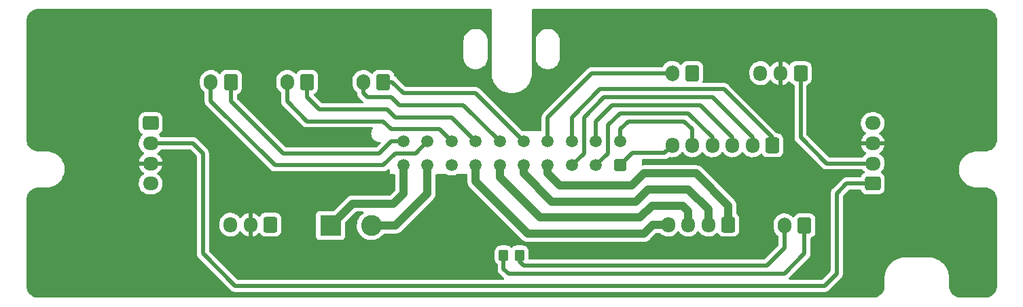
<source format=gbr>
%TF.GenerationSoftware,KiCad,Pcbnew,(6.0.1)*%
%TF.CreationDate,2022-01-25T20:37:15+01:00*%
%TF.ProjectId,V0-UmbilicalBoard,56302d55-6d62-4696-9c69-63616c426f61,rev?*%
%TF.SameCoordinates,Original*%
%TF.FileFunction,Copper,L1,Top*%
%TF.FilePolarity,Positive*%
%FSLAX46Y46*%
G04 Gerber Fmt 4.6, Leading zero omitted, Abs format (unit mm)*
G04 Created by KiCad (PCBNEW (6.0.1)) date 2022-01-25 20:37:15*
%MOMM*%
%LPD*%
G01*
G04 APERTURE LIST*
G04 Aperture macros list*
%AMRoundRect*
0 Rectangle with rounded corners*
0 $1 Rounding radius*
0 $2 $3 $4 $5 $6 $7 $8 $9 X,Y pos of 4 corners*
0 Add a 4 corners polygon primitive as box body*
4,1,4,$2,$3,$4,$5,$6,$7,$8,$9,$2,$3,0*
0 Add four circle primitives for the rounded corners*
1,1,$1+$1,$2,$3*
1,1,$1+$1,$4,$5*
1,1,$1+$1,$6,$7*
1,1,$1+$1,$8,$9*
0 Add four rect primitives between the rounded corners*
20,1,$1+$1,$2,$3,$4,$5,0*
20,1,$1+$1,$4,$5,$6,$7,0*
20,1,$1+$1,$6,$7,$8,$9,0*
20,1,$1+$1,$8,$9,$2,$3,0*%
G04 Aperture macros list end*
%TA.AperFunction,ComponentPad*%
%ADD10RoundRect,0.250001X0.499999X0.499999X-0.499999X0.499999X-0.499999X-0.499999X0.499999X-0.499999X0*%
%TD*%
%TA.AperFunction,ComponentPad*%
%ADD11C,1.500000*%
%TD*%
%TA.AperFunction,SMDPad,CuDef*%
%ADD12RoundRect,0.249999X-0.350001X-0.450001X0.350001X-0.450001X0.350001X0.450001X-0.350001X0.450001X0*%
%TD*%
%TA.AperFunction,ComponentPad*%
%ADD13RoundRect,0.250000X0.600000X0.750000X-0.600000X0.750000X-0.600000X-0.750000X0.600000X-0.750000X0*%
%TD*%
%TA.AperFunction,ComponentPad*%
%ADD14O,1.700000X2.000000*%
%TD*%
%TA.AperFunction,ComponentPad*%
%ADD15RoundRect,0.250000X0.600000X0.725000X-0.600000X0.725000X-0.600000X-0.725000X0.600000X-0.725000X0*%
%TD*%
%TA.AperFunction,ComponentPad*%
%ADD16O,1.700000X1.950000*%
%TD*%
%TA.AperFunction,ComponentPad*%
%ADD17R,2.600000X2.600000*%
%TD*%
%TA.AperFunction,ComponentPad*%
%ADD18C,2.600000*%
%TD*%
%TA.AperFunction,ComponentPad*%
%ADD19RoundRect,0.250000X0.725000X-0.600000X0.725000X0.600000X-0.725000X0.600000X-0.725000X-0.600000X0*%
%TD*%
%TA.AperFunction,ComponentPad*%
%ADD20O,1.950000X1.700000*%
%TD*%
%TA.AperFunction,ComponentPad*%
%ADD21RoundRect,0.250000X-0.725000X0.600000X-0.725000X-0.600000X0.725000X-0.600000X0.725000X0.600000X0*%
%TD*%
%TA.AperFunction,Conductor*%
%ADD22C,0.500000*%
%TD*%
%TA.AperFunction,Conductor*%
%ADD23C,1.000000*%
%TD*%
G04 APERTURE END LIST*
D10*
%TO.P,J1,1,Pin_1*%
%TO.N,/ADXL_GND*%
X113500000Y-101500000D03*
D11*
%TO.P,J1,2,Pin_2*%
%TO.N,/ADXL_SDO*%
X110500000Y-101500000D03*
%TO.P,J1,3,Pin_3*%
%TO.N,/ADXL_CS*%
X107500000Y-101500000D03*
%TO.P,J1,4,Pin_4*%
%TO.N,/A1*%
X104500000Y-101500000D03*
%TO.P,J1,5,Pin_5*%
%TO.N,/A2*%
X101500000Y-101500000D03*
%TO.P,J1,6,Pin_6*%
%TO.N,/B1*%
X98500000Y-101500000D03*
%TO.P,J1,7,Pin_7*%
%TO.N,/B2*%
X95500000Y-101500000D03*
%TO.P,J1,8,Pin_8*%
%TO.N,Ground*%
X92500000Y-101500000D03*
%TO.P,J1,9,Pin_9*%
%TO.N,Net-(J1-Pad9)*%
X89500000Y-101500000D03*
%TO.P,J1,10,Pin_10*%
%TO.N,Net-(J1-Pad10)*%
X86500000Y-101500000D03*
%TO.P,J1,11,Pin_11*%
%TO.N,/ADXL_SCLK*%
X113500000Y-98500000D03*
%TO.P,J1,12,Pin_12*%
%TO.N,/ADXL_SDI*%
X110500000Y-98500000D03*
%TO.P,J1,13,Pin_13*%
%TO.N,/ADXL_VCC*%
X107500000Y-98500000D03*
%TO.P,J1,14,Pin_14*%
%TO.N,Net-(J1-Pad14)*%
X104500000Y-98500000D03*
%TO.P,J1,15,Pin_15*%
%TO.N,/PartFan+*%
X101500000Y-98500000D03*
%TO.P,J1,16,Pin_16*%
%TO.N,/PartFan-*%
X98500000Y-98500000D03*
%TO.P,J1,17,Pin_17*%
%TO.N,/Hotend_Fan-*%
X95500000Y-98500000D03*
%TO.P,J1,18,Pin_18*%
%TO.N,/Hotend_Fan+*%
X92500000Y-98500000D03*
%TO.P,J1,19,Pin_19*%
%TO.N,Net-(J1-Pad19)*%
X89500000Y-98500000D03*
%TO.P,J1,20,Pin_20*%
%TO.N,Net-(J1-Pad20)*%
X86500000Y-98500000D03*
%TD*%
D12*
%TO.P,TH1,1*%
%TO.N,Net-(J8-Pad1)*%
X99000000Y-112700000D03*
%TO.P,TH1,2*%
%TO.N,Net-(J8-Pad2)*%
X101000000Y-112700000D03*
%TD*%
D13*
%TO.P,J3,1,Pin_1*%
%TO.N,/Hotend_Fan-*%
X74500000Y-91110000D03*
D14*
%TO.P,J3,2,Pin_2*%
%TO.N,/Hotend_Fan+*%
X72000000Y-91110000D03*
%TD*%
D13*
%TO.P,J4,1,Pin_1*%
%TO.N,/PartFan+*%
X84000000Y-91110000D03*
D14*
%TO.P,J4,2,Pin_2*%
%TO.N,/PartFan-*%
X81500000Y-91110000D03*
%TD*%
D13*
%TO.P,J6,1,Pin_1*%
%TO.N,Net-(J1-Pad20)*%
X65000000Y-91110000D03*
D14*
%TO.P,J6,2,Pin_2*%
%TO.N,Net-(J1-Pad19)*%
X62500000Y-91110000D03*
%TD*%
D13*
%TO.P,J7,1,Pin_1*%
%TO.N,Ground*%
X122500000Y-90000000D03*
D14*
%TO.P,J7,2,Pin_2*%
%TO.N,Net-(J1-Pad14)*%
X120000000Y-90000000D03*
%TD*%
D13*
%TO.P,J8,1,Pin_1*%
%TO.N,Net-(J8-Pad1)*%
X136500000Y-109000000D03*
D14*
%TO.P,J8,2,Pin_2*%
%TO.N,Net-(J8-Pad2)*%
X134000000Y-109000000D03*
%TD*%
D15*
%TO.P,J2,1,Pin_1*%
%TO.N,/A1*%
X127000000Y-108890000D03*
D16*
%TO.P,J2,2,Pin_2*%
%TO.N,/A2*%
X124500000Y-108890000D03*
%TO.P,J2,3,Pin_3*%
%TO.N,/B1*%
X122000000Y-108890000D03*
%TO.P,J2,4,Pin_4*%
%TO.N,/B2*%
X119500000Y-108890000D03*
%TD*%
D17*
%TO.P,J5,1,Pin_1*%
%TO.N,Net-(J1-Pad10)*%
X77420000Y-109000000D03*
D18*
%TO.P,J5,2,Pin_2*%
%TO.N,Net-(J1-Pad9)*%
X82500000Y-109000000D03*
%TD*%
D15*
%TO.P,J9,1,Pin_1*%
%TO.N,Data*%
X136000000Y-90000000D03*
D16*
%TO.P,J9,2,Pin_2*%
%TO.N,5V*%
X133500000Y-90000000D03*
%TO.P,J9,3,Pin_3*%
%TO.N,Ground*%
X131000000Y-90000000D03*
%TD*%
D19*
%TO.P,J10,1,Pin_1*%
%TO.N,DataIn2*%
X145000000Y-103750000D03*
D20*
%TO.P,J10,2,Pin_2*%
%TO.N,Data*%
X145000000Y-101250000D03*
%TO.P,J10,3,Pin_3*%
%TO.N,5V*%
X145000000Y-98750000D03*
%TO.P,J10,4,Pin_4*%
%TO.N,Ground*%
X145000000Y-96250000D03*
%TD*%
D21*
%TO.P,J11,1,Pin_1*%
%TO.N,DataOut2*%
X55000000Y-96250000D03*
D20*
%TO.P,J11,2,Pin_2*%
%TO.N,DataIn2*%
X55000000Y-98750000D03*
%TO.P,J11,3,Pin_3*%
%TO.N,5V*%
X55000000Y-101250000D03*
%TO.P,J11,4,Pin_4*%
%TO.N,Ground*%
X55000000Y-103750000D03*
%TD*%
D15*
%TO.P,J12,1,Pin_1*%
%TO.N,DataOut2*%
X69928000Y-108890000D03*
D16*
%TO.P,J12,2,Pin_2*%
%TO.N,5V*%
X67428000Y-108890000D03*
%TO.P,J12,3,Pin_3*%
%TO.N,Ground*%
X64928000Y-108890000D03*
%TD*%
D15*
%TO.P,J13,1,Pin_1*%
%TO.N,/ADXL_VCC*%
X132500000Y-99000000D03*
D16*
%TO.P,J13,2,Pin_2*%
%TO.N,/ADXL_CS*%
X130000000Y-99000000D03*
%TO.P,J13,3,Pin_3*%
%TO.N,/ADXL_SDI*%
X127500000Y-99000000D03*
%TO.P,J13,4,Pin_4*%
%TO.N,/ADXL_SDO*%
X125000000Y-99000000D03*
%TO.P,J13,5,Pin_5*%
%TO.N,/ADXL_SCLK*%
X122500000Y-99000000D03*
%TO.P,J13,6,Pin_6*%
%TO.N,/ADXL_GND*%
X120000000Y-99000000D03*
%TD*%
D22*
%TO.N,Net-(J1-Pad14)*%
X110000000Y-90000000D02*
X104500000Y-95500000D01*
X104500000Y-95500000D02*
X104500000Y-98500000D01*
X120000000Y-90000000D02*
X110000000Y-90000000D01*
%TO.N,Net-(J8-Pad2)*%
X134000000Y-111800000D02*
X134000000Y-109000000D01*
X101000000Y-113500000D02*
X101500000Y-114000000D01*
X101000000Y-112700000D02*
X101000000Y-113500000D01*
X101500000Y-114000000D02*
X131800000Y-114000000D01*
X131800000Y-114000000D02*
X134000000Y-111800000D01*
%TO.N,Net-(J8-Pad1)*%
X136500000Y-112500000D02*
X134000000Y-115000000D01*
X99600000Y-115000000D02*
X99000000Y-114400000D01*
X99000000Y-114400000D02*
X99000000Y-112700000D01*
X136500000Y-109000000D02*
X136500000Y-112500000D01*
X134000000Y-115000000D02*
X99600000Y-115000000D01*
%TO.N,/Hotend_Fan+*%
X74500000Y-96000000D02*
X72000000Y-93500000D01*
X92500000Y-98500000D02*
X91000000Y-97000000D01*
X85000000Y-97000000D02*
X84000000Y-96000000D01*
X72000000Y-93500000D02*
X72000000Y-91110000D01*
X91000000Y-97000000D02*
X85000000Y-97000000D01*
X84000000Y-96000000D02*
X74500000Y-96000000D01*
%TO.N,/Hotend_Fan-*%
X74500000Y-93000000D02*
X74500000Y-91110000D01*
X85500000Y-95500000D02*
X84500000Y-94500000D01*
X84500000Y-94500000D02*
X76000000Y-94500000D01*
X95500000Y-98500000D02*
X92500000Y-95500000D01*
X76000000Y-94500000D02*
X74500000Y-93000000D01*
X92500000Y-95500000D02*
X85500000Y-95500000D01*
%TO.N,/PartFan-*%
X86000000Y-94000000D02*
X85000000Y-93000000D01*
X82000000Y-93000000D02*
X81500000Y-92500000D01*
X98500000Y-98500000D02*
X94000000Y-94000000D01*
X94000000Y-94000000D02*
X86000000Y-94000000D01*
X85000000Y-93000000D02*
X82000000Y-93000000D01*
X81500000Y-92500000D02*
X81500000Y-91110000D01*
%TO.N,/PartFan+*%
X86500000Y-92500000D02*
X85110000Y-91110000D01*
X85110000Y-91110000D02*
X84000000Y-91110000D01*
X95500000Y-92500000D02*
X86500000Y-92500000D01*
X101500000Y-98500000D02*
X95500000Y-92500000D01*
D23*
%TO.N,/B2*%
X116500000Y-110000000D02*
X117610000Y-108890000D01*
X95500000Y-103500000D02*
X102000000Y-110000000D01*
X117610000Y-108890000D02*
X119500000Y-108890000D01*
X102000000Y-110000000D02*
X116500000Y-110000000D01*
X95500000Y-101500000D02*
X95500000Y-103500000D01*
%TO.N,/B1*%
X122000000Y-107200000D02*
X121300000Y-106500000D01*
X116000000Y-108000000D02*
X103500000Y-108000000D01*
X98500000Y-103000000D02*
X98500000Y-101500000D01*
X121300000Y-106500000D02*
X117500000Y-106500000D01*
X117500000Y-106500000D02*
X116000000Y-108000000D01*
X122000000Y-108890000D02*
X122000000Y-107200000D01*
X103500000Y-108000000D02*
X98500000Y-103000000D01*
%TO.N,/A2*%
X105000000Y-106000000D02*
X101500000Y-102500000D01*
X124500000Y-107000000D02*
X122000000Y-104500000D01*
X124500000Y-108890000D02*
X124500000Y-107000000D01*
X115500000Y-106000000D02*
X105000000Y-106000000D01*
X101500000Y-102500000D02*
X101500000Y-101500000D01*
X117000000Y-104500000D02*
X115500000Y-106000000D01*
X122000000Y-104500000D02*
X117000000Y-104500000D01*
%TO.N,/A1*%
X106000000Y-104000000D02*
X104500000Y-102500000D01*
X115000000Y-104000000D02*
X106000000Y-104000000D01*
X104500000Y-102500000D02*
X104500000Y-101500000D01*
X116500000Y-102500000D02*
X115000000Y-104000000D01*
X123000000Y-102500000D02*
X116500000Y-102500000D01*
X127000000Y-107000000D02*
X127000000Y-106500000D01*
X127000000Y-107000000D02*
X127000000Y-108890000D01*
X127000000Y-106500000D02*
X123000000Y-102500000D01*
D22*
%TO.N,Data*%
X139250000Y-101250000D02*
X136000000Y-98000000D01*
X136000000Y-98000000D02*
X136000000Y-90000000D01*
X145000000Y-101250000D02*
X139250000Y-101250000D01*
%TO.N,DataIn2*%
X61500000Y-100000000D02*
X61500000Y-112500000D01*
X141750000Y-103750000D02*
X145000000Y-103750000D01*
X140500000Y-105000000D02*
X141750000Y-103750000D01*
X61500000Y-112500000D02*
X65500000Y-116500000D01*
X139000000Y-116500000D02*
X140500000Y-115000000D01*
X140500000Y-115000000D02*
X140500000Y-105000000D01*
X60250000Y-98750000D02*
X61500000Y-100000000D01*
X65500000Y-116500000D02*
X139000000Y-116500000D01*
X55000000Y-98750000D02*
X60250000Y-98750000D01*
%TO.N,/ADXL_GND*%
X113500000Y-101500000D02*
X115025000Y-99975000D01*
X119025000Y-99975000D02*
X120000000Y-99000000D01*
X115025000Y-99975000D02*
X119025000Y-99975000D01*
%TO.N,/ADXL_SDO*%
X122000000Y-95000000D02*
X125000000Y-98000000D01*
X113500000Y-95000000D02*
X122000000Y-95000000D01*
X112000000Y-100000000D02*
X112000000Y-96500000D01*
X125000000Y-98000000D02*
X125000000Y-99000000D01*
X110500000Y-101500000D02*
X112000000Y-100000000D01*
X112000000Y-96500000D02*
X113500000Y-95000000D01*
%TO.N,/ADXL_CS*%
X125000000Y-93000000D02*
X130000000Y-98000000D01*
X109000000Y-95500000D02*
X111500000Y-93000000D01*
X109000000Y-100000000D02*
X109000000Y-95500000D01*
X111500000Y-93000000D02*
X125000000Y-93000000D01*
X130000000Y-98000000D02*
X130000000Y-99000000D01*
X107500000Y-101500000D02*
X109000000Y-100000000D01*
D23*
%TO.N,Net-(J1-Pad9)*%
X85500000Y-109000000D02*
X89500000Y-105000000D01*
X82500000Y-109000000D02*
X85500000Y-109000000D01*
X89500000Y-105000000D02*
X89500000Y-101500000D01*
%TO.N,Net-(J1-Pad10)*%
X80170000Y-106250000D02*
X85250000Y-106250000D01*
X86500000Y-105000000D02*
X86500000Y-101500000D01*
X80170000Y-106250000D02*
X77420000Y-109000000D01*
X85250000Y-106250000D02*
X86500000Y-105000000D01*
D22*
%TO.N,/ADXL_SCLK*%
X113500000Y-98500000D02*
X113500000Y-97000000D01*
X121500000Y-96000000D02*
X122500000Y-97000000D01*
X114500000Y-96000000D02*
X121500000Y-96000000D01*
X113500000Y-97000000D02*
X114500000Y-96000000D01*
X122500000Y-97000000D02*
X122500000Y-99000000D01*
%TO.N,/ADXL_SDI*%
X123500000Y-94000000D02*
X127500000Y-98000000D01*
X112500000Y-94000000D02*
X123500000Y-94000000D01*
X110500000Y-96000000D02*
X112500000Y-94000000D01*
X110500000Y-98500000D02*
X110500000Y-96000000D01*
X127500000Y-98000000D02*
X127500000Y-99000000D01*
%TO.N,/ADXL_VCC*%
X107500000Y-98500000D02*
X107500000Y-95500000D01*
X107500000Y-95500000D02*
X111000000Y-92000000D01*
X111000000Y-92000000D02*
X126500000Y-92000000D01*
X126500000Y-92000000D02*
X132500000Y-98000000D01*
X132500000Y-98000000D02*
X132500000Y-99000000D01*
%TO.N,Net-(J1-Pad19)*%
X88000000Y-100000000D02*
X85500000Y-100000000D01*
X70500000Y-101500000D02*
X62500000Y-93500000D01*
X85500000Y-100000000D02*
X84000000Y-101500000D01*
X84000000Y-101500000D02*
X70500000Y-101500000D01*
X89500000Y-98500000D02*
X88000000Y-100000000D01*
X62500000Y-93500000D02*
X62500000Y-91110000D01*
%TO.N,Net-(J1-Pad20)*%
X65000000Y-91110000D02*
X65000000Y-93500000D01*
X71500000Y-100000000D02*
X83500000Y-100000000D01*
X65000000Y-93500000D02*
X71500000Y-100000000D01*
X85000000Y-98500000D02*
X86500000Y-98500000D01*
X83500000Y-100000000D02*
X85000000Y-98500000D01*
%TD*%
%TA.AperFunction,Conductor*%
%TO.N,5V*%
G36*
X97434121Y-82028002D02*
G01*
X97480614Y-82081658D01*
X97492000Y-82134000D01*
X97492000Y-89950672D01*
X97490500Y-89970056D01*
X97486814Y-89993730D01*
X97487634Y-90000000D01*
X97487416Y-90000000D01*
X97488239Y-90013608D01*
X97502739Y-90253308D01*
X97505736Y-90302859D01*
X97560427Y-90601301D01*
X97650693Y-90890975D01*
X97652255Y-90894445D01*
X97652257Y-90894451D01*
X97701705Y-91004319D01*
X97775217Y-91167656D01*
X97777186Y-91170913D01*
X97777188Y-91170917D01*
X97846863Y-91286172D01*
X97932184Y-91427310D01*
X97934525Y-91430298D01*
X97934527Y-91430301D01*
X97986530Y-91496677D01*
X98119304Y-91666151D01*
X98333849Y-91880696D01*
X98572690Y-92067816D01*
X98575944Y-92069783D01*
X98829083Y-92222812D01*
X98829087Y-92222814D01*
X98832344Y-92224783D01*
X98970685Y-92287045D01*
X99105549Y-92347743D01*
X99105555Y-92347745D01*
X99109025Y-92349307D01*
X99112661Y-92350440D01*
X99297009Y-92407885D01*
X99398699Y-92439573D01*
X99697141Y-92494264D01*
X99700935Y-92494493D01*
X99700939Y-92494494D01*
X99996198Y-92512354D01*
X100000000Y-92512584D01*
X100003802Y-92512354D01*
X100299061Y-92494494D01*
X100299065Y-92494493D01*
X100302859Y-92494264D01*
X100601301Y-92439573D01*
X100702992Y-92407885D01*
X100887339Y-92350440D01*
X100890975Y-92349307D01*
X100894445Y-92347745D01*
X100894451Y-92347743D01*
X101029315Y-92287045D01*
X101167656Y-92224783D01*
X101170913Y-92222814D01*
X101170917Y-92222812D01*
X101424056Y-92069783D01*
X101427310Y-92067816D01*
X101666151Y-91880696D01*
X101880696Y-91666151D01*
X102013470Y-91496677D01*
X102065473Y-91430301D01*
X102065475Y-91430298D01*
X102067816Y-91427310D01*
X102153137Y-91286172D01*
X102222812Y-91170917D01*
X102222814Y-91170913D01*
X102224783Y-91167656D01*
X102298295Y-91004319D01*
X102347743Y-90894451D01*
X102347745Y-90894445D01*
X102349307Y-90890975D01*
X102439573Y-90601301D01*
X102494264Y-90302859D01*
X102510722Y-90030780D01*
X102512237Y-90017497D01*
X102513071Y-90012539D01*
X102513224Y-90000000D01*
X102509273Y-89972412D01*
X102508000Y-89954549D01*
X102508000Y-87993730D01*
X102986814Y-87993730D01*
X102987634Y-88000000D01*
X102987337Y-88000000D01*
X102987920Y-88007409D01*
X102987920Y-88007413D01*
X102997359Y-88127339D01*
X103005960Y-88236633D01*
X103007114Y-88241440D01*
X103007115Y-88241446D01*
X103032672Y-88347897D01*
X103061372Y-88467439D01*
X103063265Y-88472010D01*
X103063266Y-88472012D01*
X103147977Y-88676522D01*
X103152207Y-88686735D01*
X103276230Y-88889121D01*
X103430386Y-89069614D01*
X103434142Y-89072822D01*
X103578774Y-89196350D01*
X103610879Y-89223770D01*
X103813265Y-89347793D01*
X103817835Y-89349686D01*
X103817837Y-89349687D01*
X103992726Y-89422128D01*
X104032561Y-89438628D01*
X104113660Y-89458098D01*
X104258554Y-89492885D01*
X104258560Y-89492886D01*
X104263367Y-89494040D01*
X104500000Y-89512663D01*
X104736633Y-89494040D01*
X104741440Y-89492886D01*
X104741446Y-89492885D01*
X104886340Y-89458098D01*
X104967439Y-89438628D01*
X105007274Y-89422128D01*
X105182163Y-89349687D01*
X105182165Y-89349686D01*
X105186735Y-89347793D01*
X105389121Y-89223770D01*
X105421226Y-89196350D01*
X105565858Y-89072822D01*
X105569614Y-89069614D01*
X105723770Y-88889121D01*
X105847793Y-88686735D01*
X105852024Y-88676522D01*
X105936734Y-88472012D01*
X105936735Y-88472010D01*
X105938628Y-88467439D01*
X105967328Y-88347897D01*
X105992885Y-88241446D01*
X105992886Y-88241440D01*
X105994040Y-88236633D01*
X106010014Y-88033657D01*
X106011372Y-88022637D01*
X106012265Y-88017330D01*
X106012265Y-88017329D01*
X106013071Y-88012539D01*
X106013224Y-88000000D01*
X106009273Y-87972412D01*
X106008000Y-87954549D01*
X106008000Y-86053207D01*
X106009746Y-86032303D01*
X106010279Y-86029137D01*
X106013071Y-86012539D01*
X106013224Y-86000000D01*
X106012534Y-85995184D01*
X106012529Y-85995100D01*
X106011665Y-85987314D01*
X106010667Y-85974634D01*
X105994040Y-85763367D01*
X105992886Y-85758560D01*
X105992885Y-85758554D01*
X105958098Y-85613660D01*
X105938628Y-85532561D01*
X105936734Y-85527988D01*
X105849687Y-85317837D01*
X105849686Y-85317835D01*
X105847793Y-85313265D01*
X105723770Y-85110879D01*
X105569614Y-84930386D01*
X105389121Y-84776230D01*
X105186735Y-84652207D01*
X105182165Y-84650314D01*
X105182163Y-84650313D01*
X104972012Y-84563266D01*
X104972010Y-84563265D01*
X104967439Y-84561372D01*
X104886340Y-84541902D01*
X104741446Y-84507115D01*
X104741440Y-84507114D01*
X104736633Y-84505960D01*
X104500000Y-84487337D01*
X104263367Y-84505960D01*
X104258560Y-84507114D01*
X104258554Y-84507115D01*
X104113660Y-84541902D01*
X104032561Y-84561372D01*
X104027990Y-84563265D01*
X104027988Y-84563266D01*
X103817837Y-84650313D01*
X103817835Y-84650314D01*
X103813265Y-84652207D01*
X103610879Y-84776230D01*
X103430386Y-84930386D01*
X103276230Y-85110879D01*
X103152207Y-85313265D01*
X103150314Y-85317835D01*
X103150313Y-85317837D01*
X103063266Y-85527988D01*
X103061372Y-85532561D01*
X103041902Y-85613660D01*
X103007115Y-85758554D01*
X103007114Y-85758560D01*
X103005960Y-85763367D01*
X102997359Y-85872661D01*
X102989244Y-85975771D01*
X102988291Y-85983910D01*
X102988328Y-85984003D01*
X102986814Y-85993730D01*
X102987449Y-85998583D01*
X102987337Y-86000000D01*
X102987634Y-86000000D01*
X102988882Y-86009544D01*
X102990936Y-86025250D01*
X102992000Y-86041588D01*
X102992000Y-87950672D01*
X102990500Y-87970056D01*
X102986814Y-87993730D01*
X102508000Y-87993730D01*
X102508000Y-82134000D01*
X102528002Y-82065879D01*
X102581658Y-82019386D01*
X102634000Y-82008000D01*
X158950672Y-82008000D01*
X158970056Y-82009500D01*
X158972284Y-82009847D01*
X158984859Y-82011805D01*
X158984861Y-82011805D01*
X158993730Y-82013186D01*
X159002632Y-82012022D01*
X159002634Y-82012022D01*
X159008959Y-82011195D01*
X159034282Y-82010452D01*
X159198126Y-82022170D01*
X159203343Y-82022543D01*
X159221137Y-82025101D01*
X159411540Y-82066521D01*
X159428788Y-82071586D01*
X159611358Y-82139682D01*
X159627710Y-82147149D01*
X159693020Y-82182810D01*
X159798734Y-82240534D01*
X159813848Y-82250248D01*
X159923516Y-82332344D01*
X159969842Y-82367023D01*
X159983428Y-82378796D01*
X160121204Y-82516572D01*
X160132977Y-82530158D01*
X160249752Y-82686152D01*
X160259469Y-82701271D01*
X160352851Y-82872290D01*
X160360318Y-82888642D01*
X160428414Y-83071212D01*
X160433480Y-83088462D01*
X160474899Y-83278863D01*
X160477457Y-83296658D01*
X160489041Y-83458629D01*
X160488297Y-83476533D01*
X160488195Y-83484858D01*
X160486814Y-83493730D01*
X160487978Y-83502632D01*
X160487978Y-83502635D01*
X160490936Y-83525251D01*
X160492000Y-83541589D01*
X160492000Y-98200672D01*
X160490500Y-98220057D01*
X160489818Y-98224440D01*
X160486814Y-98243730D01*
X160487978Y-98252632D01*
X160487978Y-98252634D01*
X160488805Y-98258959D01*
X160489548Y-98284282D01*
X160480795Y-98406673D01*
X160477457Y-98453343D01*
X160474899Y-98471137D01*
X160433480Y-98661538D01*
X160428414Y-98678788D01*
X160360318Y-98861358D01*
X160352851Y-98877710D01*
X160334768Y-98910827D01*
X160283893Y-99004000D01*
X160259469Y-99048729D01*
X160249753Y-99063847D01*
X160160639Y-99182890D01*
X160132977Y-99219842D01*
X160121204Y-99233428D01*
X159983428Y-99371204D01*
X159969841Y-99382977D01*
X159813848Y-99499752D01*
X159798734Y-99509466D01*
X159707493Y-99559287D01*
X159627710Y-99602851D01*
X159611358Y-99610318D01*
X159428788Y-99678414D01*
X159411540Y-99683479D01*
X159349911Y-99696886D01*
X159221137Y-99724899D01*
X159203342Y-99727457D01*
X159156152Y-99730832D01*
X159041369Y-99739041D01*
X159023467Y-99738297D01*
X159015142Y-99738195D01*
X159006270Y-99736814D01*
X158997368Y-99737978D01*
X158997365Y-99737978D01*
X158974749Y-99740936D01*
X158958411Y-99742000D01*
X158053207Y-99742000D01*
X158032303Y-99740254D01*
X158025794Y-99739159D01*
X158012539Y-99736929D01*
X158006441Y-99736855D01*
X158004868Y-99736835D01*
X158004863Y-99736835D01*
X158000000Y-99736776D01*
X157995177Y-99737466D01*
X157994862Y-99737487D01*
X157985543Y-99738445D01*
X157936976Y-99741501D01*
X157716438Y-99755376D01*
X157437348Y-99808615D01*
X157167131Y-99896414D01*
X156910050Y-100017388D01*
X156670157Y-100169628D01*
X156451237Y-100350735D01*
X156256742Y-100557851D01*
X156089738Y-100787711D01*
X156087831Y-100791180D01*
X156087829Y-100791183D01*
X155975230Y-100996000D01*
X155952861Y-101036690D01*
X155848269Y-101300860D01*
X155847285Y-101304694D01*
X155847282Y-101304702D01*
X155828206Y-101379000D01*
X155777610Y-101576057D01*
X155777114Y-101579985D01*
X155777113Y-101579989D01*
X155763061Y-101691222D01*
X155742000Y-101857939D01*
X155742000Y-102142061D01*
X155756762Y-102258915D01*
X155775615Y-102408148D01*
X155777610Y-102423943D01*
X155787895Y-102463999D01*
X155847282Y-102695298D01*
X155847285Y-102695306D01*
X155848269Y-102699140D01*
X155849726Y-102702820D01*
X155849727Y-102702823D01*
X155869508Y-102752783D01*
X155952861Y-102963310D01*
X155954763Y-102966769D01*
X155954764Y-102966772D01*
X156078658Y-103192134D01*
X156089738Y-103212289D01*
X156143592Y-103286412D01*
X156253842Y-103438157D01*
X156256742Y-103442149D01*
X156451237Y-103649265D01*
X156454288Y-103651789D01*
X156454289Y-103651790D01*
X156508466Y-103696609D01*
X156670157Y-103830372D01*
X156910050Y-103982612D01*
X157167131Y-104103586D01*
X157437348Y-104191385D01*
X157716438Y-104244624D01*
X157822188Y-104251277D01*
X157967671Y-104260430D01*
X157980660Y-104261927D01*
X157982652Y-104262262D01*
X157982654Y-104262262D01*
X157987461Y-104263071D01*
X157993959Y-104263150D01*
X157995141Y-104263165D01*
X157995145Y-104263165D01*
X158000000Y-104263224D01*
X158027588Y-104259273D01*
X158045451Y-104258000D01*
X158950672Y-104258000D01*
X158970056Y-104259500D01*
X158971637Y-104259746D01*
X158984859Y-104261805D01*
X158984861Y-104261805D01*
X158993730Y-104263186D01*
X159002632Y-104262022D01*
X159002634Y-104262022D01*
X159008959Y-104261195D01*
X159034282Y-104260452D01*
X159198126Y-104272170D01*
X159203343Y-104272543D01*
X159221137Y-104275101D01*
X159411540Y-104316521D01*
X159428788Y-104321586D01*
X159611358Y-104389682D01*
X159627710Y-104397149D01*
X159633664Y-104400400D01*
X159798734Y-104490534D01*
X159813848Y-104500248D01*
X159890124Y-104557347D01*
X159969842Y-104617023D01*
X159983428Y-104628796D01*
X160121204Y-104766572D01*
X160132977Y-104780158D01*
X160249752Y-104936152D01*
X160259466Y-104951266D01*
X160293136Y-105012928D01*
X160352851Y-105122290D01*
X160360318Y-105138642D01*
X160428414Y-105321212D01*
X160433479Y-105338460D01*
X160448241Y-105406319D01*
X160474899Y-105528863D01*
X160477457Y-105546657D01*
X160487393Y-105685580D01*
X160489041Y-105708629D01*
X160488297Y-105726533D01*
X160488195Y-105734858D01*
X160486814Y-105743730D01*
X160487978Y-105752632D01*
X160487978Y-105752635D01*
X160490936Y-105775251D01*
X160492000Y-105791589D01*
X160492000Y-116450672D01*
X160490500Y-116470056D01*
X160486814Y-116493730D01*
X160487978Y-116502632D01*
X160487978Y-116502634D01*
X160488805Y-116508959D01*
X160489548Y-116534287D01*
X160477457Y-116703343D01*
X160474899Y-116721137D01*
X160433480Y-116911538D01*
X160428414Y-116928788D01*
X160360318Y-117111358D01*
X160352851Y-117127710D01*
X160323442Y-117181570D01*
X160278870Y-117263199D01*
X160259469Y-117298729D01*
X160249752Y-117313848D01*
X160192016Y-117390975D01*
X160132977Y-117469842D01*
X160121204Y-117483428D01*
X159983428Y-117621204D01*
X159969841Y-117632977D01*
X159813848Y-117749752D01*
X159798734Y-117759466D01*
X159693020Y-117817190D01*
X159627710Y-117852851D01*
X159611358Y-117860318D01*
X159428788Y-117928414D01*
X159411540Y-117933479D01*
X159248022Y-117969051D01*
X159221137Y-117974899D01*
X159203342Y-117977457D01*
X159154443Y-117980954D01*
X159041369Y-117989041D01*
X159023467Y-117988297D01*
X159015142Y-117988195D01*
X159006270Y-117986814D01*
X158997368Y-117987978D01*
X158997365Y-117987978D01*
X158974749Y-117990936D01*
X158958411Y-117992000D01*
X156049328Y-117992000D01*
X156029943Y-117990500D01*
X156029661Y-117990456D01*
X156027117Y-117990060D01*
X156015141Y-117988195D01*
X156015139Y-117988195D01*
X156006270Y-117986814D01*
X155997368Y-117987978D01*
X155997366Y-117987978D01*
X155991041Y-117988805D01*
X155965718Y-117989548D01*
X155796657Y-117977457D01*
X155778863Y-117974899D01*
X155751978Y-117969051D01*
X155588460Y-117933479D01*
X155571212Y-117928414D01*
X155388642Y-117860318D01*
X155372290Y-117852851D01*
X155306980Y-117817190D01*
X155201266Y-117759466D01*
X155186152Y-117749752D01*
X155030159Y-117632977D01*
X155016572Y-117621204D01*
X154878796Y-117483428D01*
X154867023Y-117469842D01*
X154807984Y-117390975D01*
X154750248Y-117313848D01*
X154740531Y-117298729D01*
X154721131Y-117263199D01*
X154676558Y-117181570D01*
X154647149Y-117127710D01*
X154639682Y-117111358D01*
X154571586Y-116928788D01*
X154566520Y-116911538D01*
X154525101Y-116721137D01*
X154522543Y-116703342D01*
X154510959Y-116541371D01*
X154511703Y-116523467D01*
X154511805Y-116515142D01*
X154513186Y-116506270D01*
X154511547Y-116493730D01*
X154509064Y-116474749D01*
X154508000Y-116458411D01*
X154508000Y-115553207D01*
X154509746Y-115532303D01*
X154512264Y-115517335D01*
X154513071Y-115512539D01*
X154513224Y-115500000D01*
X154512534Y-115495185D01*
X154512373Y-115492710D01*
X154511805Y-115487115D01*
X154494495Y-115200938D01*
X154494494Y-115200932D01*
X154494265Y-115197142D01*
X154439573Y-114898699D01*
X154383234Y-114717899D01*
X154350440Y-114612661D01*
X154349307Y-114609025D01*
X154310567Y-114522947D01*
X154275167Y-114444293D01*
X154224783Y-114332344D01*
X154171891Y-114244849D01*
X154069783Y-114075943D01*
X154067816Y-114072689D01*
X154037215Y-114033629D01*
X153996031Y-113981062D01*
X153880696Y-113833848D01*
X153666152Y-113619304D01*
X153427311Y-113432184D01*
X153218854Y-113306167D01*
X153170917Y-113277188D01*
X153170913Y-113277186D01*
X153167656Y-113275217D01*
X153001422Y-113200401D01*
X152894451Y-113152257D01*
X152894445Y-113152255D01*
X152890975Y-113150693D01*
X152778037Y-113115500D01*
X152604934Y-113061559D01*
X152604933Y-113061559D01*
X152601301Y-113060427D01*
X152302858Y-113005735D01*
X152299067Y-113005506D01*
X152299061Y-113005505D01*
X152121005Y-112994736D01*
X152030787Y-112989279D01*
X152017483Y-112987761D01*
X152017340Y-112987737D01*
X152017341Y-112987737D01*
X152012539Y-112986929D01*
X152006062Y-112986850D01*
X152004859Y-112986835D01*
X152004855Y-112986835D01*
X152000000Y-112986776D01*
X151975715Y-112990254D01*
X151972412Y-112990727D01*
X151954549Y-112992000D01*
X149053207Y-112992000D01*
X149032303Y-112990254D01*
X149024100Y-112988874D01*
X149012539Y-112986929D01*
X149006211Y-112986852D01*
X149004859Y-112986835D01*
X149004855Y-112986835D01*
X149000000Y-112986776D01*
X148995185Y-112987466D01*
X148992710Y-112987627D01*
X148987115Y-112988195D01*
X148700938Y-113005505D01*
X148700932Y-113005506D01*
X148697142Y-113005735D01*
X148398699Y-113060427D01*
X148395067Y-113061559D01*
X148395066Y-113061559D01*
X148221963Y-113115500D01*
X148109025Y-113150693D01*
X148105555Y-113152255D01*
X148105549Y-113152257D01*
X147998578Y-113200401D01*
X147832344Y-113275217D01*
X147829087Y-113277186D01*
X147829083Y-113277188D01*
X147781146Y-113306167D01*
X147572689Y-113432184D01*
X147333848Y-113619304D01*
X147119304Y-113833848D01*
X147003969Y-113981062D01*
X146962786Y-114033629D01*
X146932184Y-114072689D01*
X146930217Y-114075943D01*
X146828110Y-114244849D01*
X146775217Y-114332344D01*
X146724833Y-114444293D01*
X146689434Y-114522947D01*
X146650693Y-114609025D01*
X146649560Y-114612661D01*
X146616767Y-114717899D01*
X146560427Y-114898699D01*
X146505735Y-115197142D01*
X146505506Y-115200933D01*
X146505505Y-115200939D01*
X146489279Y-115469210D01*
X146487761Y-115482517D01*
X146486929Y-115487461D01*
X146486776Y-115500000D01*
X146490558Y-115526405D01*
X146490727Y-115527588D01*
X146492000Y-115545451D01*
X146492000Y-116450672D01*
X146490500Y-116470056D01*
X146486814Y-116493730D01*
X146487978Y-116502632D01*
X146487978Y-116502634D01*
X146488805Y-116508959D01*
X146489548Y-116534287D01*
X146477457Y-116703343D01*
X146474899Y-116721137D01*
X146433480Y-116911538D01*
X146428414Y-116928788D01*
X146360318Y-117111358D01*
X146352851Y-117127710D01*
X146323442Y-117181570D01*
X146278870Y-117263199D01*
X146259469Y-117298729D01*
X146249752Y-117313848D01*
X146192016Y-117390975D01*
X146132977Y-117469842D01*
X146121204Y-117483428D01*
X145983428Y-117621204D01*
X145969841Y-117632977D01*
X145813848Y-117749752D01*
X145798734Y-117759466D01*
X145693020Y-117817190D01*
X145627710Y-117852851D01*
X145611358Y-117860318D01*
X145428788Y-117928414D01*
X145411540Y-117933479D01*
X145248022Y-117969051D01*
X145221137Y-117974899D01*
X145203342Y-117977457D01*
X145154443Y-117980954D01*
X145041369Y-117989041D01*
X145023467Y-117988297D01*
X145015142Y-117988195D01*
X145006270Y-117986814D01*
X144997368Y-117987978D01*
X144997365Y-117987978D01*
X144974749Y-117990936D01*
X144958411Y-117992000D01*
X41049328Y-117992000D01*
X41029943Y-117990500D01*
X41029661Y-117990456D01*
X41027117Y-117990060D01*
X41015141Y-117988195D01*
X41015139Y-117988195D01*
X41006270Y-117986814D01*
X40997368Y-117987978D01*
X40997366Y-117987978D01*
X40991041Y-117988805D01*
X40965718Y-117989548D01*
X40796657Y-117977457D01*
X40778863Y-117974899D01*
X40751978Y-117969051D01*
X40588460Y-117933479D01*
X40571212Y-117928414D01*
X40388642Y-117860318D01*
X40372290Y-117852851D01*
X40306980Y-117817190D01*
X40201266Y-117759466D01*
X40186152Y-117749752D01*
X40030159Y-117632977D01*
X40016572Y-117621204D01*
X39878796Y-117483428D01*
X39867023Y-117469842D01*
X39807984Y-117390975D01*
X39750248Y-117313848D01*
X39740531Y-117298729D01*
X39721131Y-117263199D01*
X39676558Y-117181570D01*
X39647149Y-117127710D01*
X39639682Y-117111358D01*
X39571586Y-116928788D01*
X39566520Y-116911538D01*
X39525101Y-116721137D01*
X39522543Y-116703342D01*
X39510959Y-116541371D01*
X39511703Y-116523467D01*
X39511805Y-116515142D01*
X39513186Y-116506270D01*
X39511547Y-116493730D01*
X39509064Y-116474749D01*
X39508000Y-116458411D01*
X39508000Y-105799328D01*
X39509500Y-105779943D01*
X39511805Y-105765141D01*
X39511805Y-105765139D01*
X39513186Y-105756270D01*
X39512022Y-105747366D01*
X39511195Y-105741041D01*
X39510452Y-105715713D01*
X39512608Y-105685580D01*
X39522543Y-105546657D01*
X39525101Y-105528863D01*
X39551759Y-105406319D01*
X39566521Y-105338460D01*
X39571586Y-105321212D01*
X39639682Y-105138642D01*
X39647149Y-105122290D01*
X39706864Y-105012928D01*
X39740534Y-104951266D01*
X39750248Y-104936152D01*
X39867023Y-104780158D01*
X39878796Y-104766572D01*
X40016572Y-104628796D01*
X40030158Y-104617023D01*
X40109876Y-104557347D01*
X40186152Y-104500248D01*
X40201266Y-104490534D01*
X40366336Y-104400400D01*
X40372290Y-104397149D01*
X40388642Y-104389682D01*
X40571212Y-104321586D01*
X40588460Y-104316521D01*
X40778863Y-104275101D01*
X40796658Y-104272543D01*
X40845557Y-104269046D01*
X40958631Y-104260959D01*
X40976533Y-104261703D01*
X40984858Y-104261805D01*
X40993730Y-104263186D01*
X41002632Y-104262022D01*
X41002635Y-104262022D01*
X41025251Y-104259064D01*
X41041589Y-104258000D01*
X41946793Y-104258000D01*
X41967697Y-104259746D01*
X41987461Y-104263071D01*
X41993559Y-104263145D01*
X41995132Y-104263165D01*
X41995137Y-104263165D01*
X42000000Y-104263224D01*
X42004823Y-104262534D01*
X42005138Y-104262513D01*
X42014457Y-104261555D01*
X42073312Y-104257852D01*
X42283562Y-104244624D01*
X42562652Y-104191385D01*
X42832869Y-104103586D01*
X43089950Y-103982612D01*
X43329843Y-103830372D01*
X43491534Y-103696609D01*
X43504631Y-103685774D01*
X53513102Y-103685774D01*
X53521751Y-103916158D01*
X53569093Y-104141791D01*
X53571051Y-104146750D01*
X53571052Y-104146752D01*
X53620984Y-104273186D01*
X53653776Y-104356221D01*
X53656543Y-104360780D01*
X53656544Y-104360783D01*
X53682525Y-104403598D01*
X53773377Y-104553317D01*
X53776874Y-104557347D01*
X53871882Y-104666834D01*
X53924477Y-104727445D01*
X53962900Y-104758950D01*
X54098627Y-104870240D01*
X54098633Y-104870244D01*
X54102755Y-104873624D01*
X54107391Y-104876263D01*
X54107394Y-104876265D01*
X54239161Y-104951271D01*
X54303114Y-104987675D01*
X54519825Y-105066337D01*
X54525074Y-105067286D01*
X54525077Y-105067287D01*
X54742608Y-105106623D01*
X54742615Y-105106624D01*
X54746692Y-105107361D01*
X54763889Y-105108172D01*
X54769356Y-105108430D01*
X54769363Y-105108430D01*
X54770844Y-105108500D01*
X55182890Y-105108500D01*
X55249809Y-105102822D01*
X55349409Y-105094371D01*
X55349413Y-105094370D01*
X55354720Y-105093920D01*
X55359875Y-105092582D01*
X55359881Y-105092581D01*
X55572703Y-105037343D01*
X55572707Y-105037342D01*
X55577872Y-105036001D01*
X55582738Y-105033809D01*
X55582741Y-105033808D01*
X55729629Y-104967640D01*
X55788075Y-104941312D01*
X55979319Y-104812559D01*
X56146135Y-104653424D01*
X56283754Y-104468458D01*
X56297465Y-104441492D01*
X56343342Y-104351256D01*
X56388240Y-104262949D01*
X56391865Y-104251277D01*
X56455024Y-104047871D01*
X56456607Y-104042773D01*
X56466483Y-103968260D01*
X56486198Y-103819511D01*
X56486198Y-103819506D01*
X56486898Y-103814226D01*
X56478249Y-103583842D01*
X56430907Y-103358209D01*
X56385014Y-103242000D01*
X56348185Y-103148744D01*
X56348184Y-103148742D01*
X56346224Y-103143779D01*
X56331292Y-103119171D01*
X56236844Y-102963527D01*
X56226623Y-102946683D01*
X56199217Y-102915100D01*
X56079023Y-102776588D01*
X56079021Y-102776586D01*
X56075523Y-102772555D01*
X55990368Y-102702732D01*
X55901373Y-102629760D01*
X55901367Y-102629756D01*
X55897245Y-102626376D01*
X55887801Y-102621000D01*
X55865265Y-102608171D01*
X55815959Y-102557088D01*
X55802098Y-102487458D01*
X55828082Y-102421387D01*
X55857232Y-102394149D01*
X55974578Y-102315148D01*
X55982870Y-102308481D01*
X56141900Y-102156772D01*
X56148941Y-102148814D01*
X56280141Y-101972475D01*
X56285745Y-101963438D01*
X56385357Y-101767516D01*
X56389357Y-101757665D01*
X56454534Y-101547760D01*
X56456817Y-101537376D01*
X56458861Y-101521957D01*
X56456665Y-101507793D01*
X56443478Y-101504000D01*
X53558808Y-101504000D01*
X53545277Y-101507973D01*
X53543752Y-101518580D01*
X53568477Y-101636421D01*
X53571537Y-101646617D01*
X53652263Y-101851029D01*
X53656994Y-101860561D01*
X53771016Y-102048462D01*
X53777280Y-102057052D01*
X53921327Y-102223052D01*
X53928958Y-102230472D01*
X54098911Y-102369826D01*
X54107674Y-102375848D01*
X54134711Y-102391238D01*
X54184018Y-102442320D01*
X54197880Y-102511951D01*
X54171897Y-102578022D01*
X54142747Y-102605261D01*
X54115310Y-102623733D01*
X54020681Y-102687441D01*
X54016824Y-102691120D01*
X54016822Y-102691122D01*
X53960769Y-102744594D01*
X53853865Y-102846576D01*
X53716246Y-103031542D01*
X53713830Y-103036293D01*
X53713828Y-103036297D01*
X53676593Y-103109533D01*
X53611760Y-103237051D01*
X53610178Y-103242145D01*
X53610177Y-103242148D01*
X53567237Y-103380436D01*
X53543393Y-103457227D01*
X53542692Y-103462516D01*
X53513830Y-103680282D01*
X53513102Y-103685774D01*
X43504631Y-103685774D01*
X43545711Y-103651790D01*
X43545712Y-103651789D01*
X43548763Y-103649265D01*
X43743258Y-103442149D01*
X43746159Y-103438157D01*
X43856408Y-103286412D01*
X43910262Y-103212289D01*
X43921343Y-103192134D01*
X44045236Y-102966772D01*
X44045237Y-102966769D01*
X44047139Y-102963310D01*
X44130492Y-102752783D01*
X44150273Y-102702823D01*
X44150274Y-102702820D01*
X44151731Y-102699140D01*
X44152715Y-102695306D01*
X44152718Y-102695298D01*
X44212105Y-102463999D01*
X44222390Y-102423943D01*
X44224386Y-102408148D01*
X44243238Y-102258915D01*
X44258000Y-102142061D01*
X44258000Y-101857939D01*
X44236939Y-101691222D01*
X44222887Y-101579989D01*
X44222886Y-101579985D01*
X44222390Y-101576057D01*
X44171794Y-101379000D01*
X44152718Y-101304702D01*
X44152715Y-101304694D01*
X44151731Y-101300860D01*
X44047139Y-101036690D01*
X44024770Y-100996000D01*
X43912171Y-100791183D01*
X43912169Y-100791180D01*
X43910262Y-100787711D01*
X43743258Y-100557851D01*
X43548763Y-100350735D01*
X43329843Y-100169628D01*
X43089950Y-100017388D01*
X42832869Y-99896414D01*
X42562652Y-99808615D01*
X42283562Y-99755376D01*
X42155997Y-99747351D01*
X42032329Y-99739570D01*
X42019340Y-99738073D01*
X42017348Y-99737738D01*
X42017346Y-99737738D01*
X42012539Y-99736929D01*
X42006041Y-99736850D01*
X42004859Y-99736835D01*
X42004855Y-99736835D01*
X42000000Y-99736776D01*
X41973997Y-99740500D01*
X41972412Y-99740727D01*
X41954549Y-99742000D01*
X41049322Y-99742000D01*
X41029937Y-99740500D01*
X41015142Y-99738196D01*
X41015139Y-99738196D01*
X41006270Y-99736815D01*
X40997368Y-99737979D01*
X40997367Y-99737979D01*
X40995941Y-99738166D01*
X40991042Y-99738806D01*
X40965721Y-99739549D01*
X40838811Y-99730472D01*
X40796657Y-99727457D01*
X40778863Y-99724898D01*
X40588459Y-99683478D01*
X40571210Y-99678414D01*
X40388640Y-99610319D01*
X40372291Y-99602853D01*
X40201265Y-99509465D01*
X40186153Y-99499753D01*
X40128871Y-99456872D01*
X40030159Y-99382977D01*
X40016572Y-99371204D01*
X39878796Y-99233428D01*
X39867023Y-99219842D01*
X39770199Y-99090500D01*
X39750247Y-99063846D01*
X39740531Y-99048729D01*
X39647147Y-98877709D01*
X39639681Y-98861360D01*
X39574191Y-98685774D01*
X53513102Y-98685774D01*
X53521751Y-98916158D01*
X53569093Y-99141791D01*
X53571051Y-99146750D01*
X53571052Y-99146752D01*
X53651726Y-99351029D01*
X53653776Y-99356221D01*
X53656543Y-99360780D01*
X53656544Y-99360783D01*
X53744128Y-99505116D01*
X53773377Y-99553317D01*
X53776874Y-99557347D01*
X53886325Y-99683478D01*
X53924477Y-99727445D01*
X53942228Y-99742000D01*
X54098627Y-99870240D01*
X54098633Y-99870244D01*
X54102755Y-99873624D01*
X54107398Y-99876267D01*
X54134735Y-99891829D01*
X54184041Y-99942912D01*
X54197902Y-100012542D01*
X54171918Y-100078613D01*
X54142768Y-100105851D01*
X54025422Y-100184852D01*
X54017130Y-100191519D01*
X53858100Y-100343228D01*
X53851059Y-100351186D01*
X53719859Y-100527525D01*
X53714255Y-100536562D01*
X53614643Y-100732484D01*
X53610643Y-100742335D01*
X53545466Y-100952240D01*
X53543183Y-100962624D01*
X53541139Y-100978043D01*
X53543335Y-100992207D01*
X53556522Y-100996000D01*
X56441192Y-100996000D01*
X56454723Y-100992027D01*
X56456248Y-100981420D01*
X56431523Y-100863579D01*
X56428463Y-100853383D01*
X56347737Y-100648971D01*
X56343006Y-100639439D01*
X56228984Y-100451538D01*
X56222720Y-100442948D01*
X56078673Y-100276948D01*
X56071042Y-100269528D01*
X55901089Y-100130174D01*
X55892326Y-100124152D01*
X55865289Y-100108762D01*
X55815982Y-100057680D01*
X55802120Y-99988049D01*
X55828103Y-99921978D01*
X55857253Y-99894739D01*
X55912328Y-99857660D01*
X55979319Y-99812559D01*
X55983454Y-99808615D01*
X56056262Y-99739159D01*
X56146135Y-99653424D01*
X56216176Y-99559287D01*
X56272885Y-99516574D01*
X56317264Y-99508500D01*
X59883629Y-99508500D01*
X59951750Y-99528502D01*
X59972724Y-99545405D01*
X60704595Y-100277276D01*
X60738621Y-100339588D01*
X60741500Y-100366371D01*
X60741500Y-112432930D01*
X60740067Y-112451880D01*
X60736801Y-112473349D01*
X60737394Y-112480641D01*
X60737394Y-112480644D01*
X60741085Y-112526018D01*
X60741500Y-112536233D01*
X60741500Y-112544293D01*
X60741925Y-112547937D01*
X60744789Y-112572507D01*
X60745222Y-112576882D01*
X60751140Y-112649637D01*
X60753396Y-112656601D01*
X60754587Y-112662560D01*
X60755971Y-112668415D01*
X60756818Y-112675681D01*
X60781735Y-112744327D01*
X60783152Y-112748455D01*
X60805649Y-112817899D01*
X60809445Y-112824154D01*
X60811951Y-112829628D01*
X60814670Y-112835058D01*
X60817167Y-112841937D01*
X60821180Y-112848057D01*
X60821180Y-112848058D01*
X60857186Y-112902976D01*
X60859523Y-112906680D01*
X60897405Y-112969107D01*
X60901121Y-112973315D01*
X60901122Y-112973316D01*
X60904803Y-112977484D01*
X60904776Y-112977508D01*
X60907429Y-112980500D01*
X60910132Y-112983733D01*
X60914144Y-112989852D01*
X60932897Y-113007617D01*
X60970383Y-113043128D01*
X60972825Y-113045506D01*
X64916230Y-116988911D01*
X64928616Y-117003323D01*
X64937149Y-117014918D01*
X64937154Y-117014923D01*
X64941492Y-117020818D01*
X64947070Y-117025557D01*
X64947073Y-117025560D01*
X64981768Y-117055035D01*
X64989284Y-117061965D01*
X64994979Y-117067660D01*
X64997861Y-117069940D01*
X65017251Y-117085281D01*
X65020655Y-117088072D01*
X65058000Y-117119799D01*
X65076285Y-117135333D01*
X65082801Y-117138661D01*
X65087850Y-117142028D01*
X65092979Y-117145195D01*
X65098716Y-117149734D01*
X65164875Y-117180655D01*
X65168769Y-117182558D01*
X65233808Y-117215769D01*
X65240916Y-117217508D01*
X65246559Y-117219607D01*
X65252322Y-117221524D01*
X65258950Y-117224622D01*
X65266112Y-117226112D01*
X65266113Y-117226112D01*
X65330412Y-117239486D01*
X65334696Y-117240456D01*
X65405610Y-117257808D01*
X65411212Y-117258156D01*
X65411215Y-117258156D01*
X65416764Y-117258500D01*
X65416762Y-117258536D01*
X65420755Y-117258775D01*
X65424947Y-117259149D01*
X65432115Y-117260640D01*
X65509520Y-117258546D01*
X65512928Y-117258500D01*
X138932930Y-117258500D01*
X138951880Y-117259933D01*
X138966115Y-117262099D01*
X138966119Y-117262099D01*
X138973349Y-117263199D01*
X138980641Y-117262606D01*
X138980644Y-117262606D01*
X139026018Y-117258915D01*
X139036233Y-117258500D01*
X139044293Y-117258500D01*
X139061680Y-117256473D01*
X139072507Y-117255211D01*
X139076882Y-117254778D01*
X139142339Y-117249454D01*
X139142342Y-117249453D01*
X139149637Y-117248860D01*
X139156601Y-117246604D01*
X139162560Y-117245413D01*
X139168415Y-117244029D01*
X139175681Y-117243182D01*
X139244327Y-117218265D01*
X139248455Y-117216848D01*
X139310936Y-117196607D01*
X139310938Y-117196606D01*
X139317899Y-117194351D01*
X139324154Y-117190555D01*
X139329628Y-117188049D01*
X139335058Y-117185330D01*
X139341937Y-117182833D01*
X139348058Y-117178820D01*
X139402976Y-117142814D01*
X139406680Y-117140477D01*
X139469107Y-117102595D01*
X139477484Y-117095197D01*
X139477508Y-117095224D01*
X139480500Y-117092571D01*
X139483733Y-117089868D01*
X139489852Y-117085856D01*
X139543128Y-117029617D01*
X139545506Y-117027175D01*
X140988911Y-115583770D01*
X141003323Y-115571384D01*
X141014918Y-115562851D01*
X141014923Y-115562846D01*
X141020818Y-115558508D01*
X141025557Y-115552930D01*
X141025560Y-115552927D01*
X141055035Y-115518232D01*
X141061965Y-115510716D01*
X141067660Y-115505021D01*
X141077753Y-115492264D01*
X141085281Y-115482749D01*
X141088072Y-115479345D01*
X141130591Y-115429297D01*
X141130592Y-115429295D01*
X141135333Y-115423715D01*
X141138661Y-115417199D01*
X141142028Y-115412150D01*
X141145195Y-115407021D01*
X141149734Y-115401284D01*
X141180655Y-115335125D01*
X141182561Y-115331225D01*
X141215769Y-115266192D01*
X141217508Y-115259084D01*
X141219607Y-115253441D01*
X141221524Y-115247678D01*
X141224622Y-115241050D01*
X141239487Y-115169583D01*
X141240457Y-115165299D01*
X141256473Y-115099845D01*
X141257808Y-115094390D01*
X141258500Y-115083236D01*
X141258536Y-115083238D01*
X141258775Y-115079245D01*
X141259149Y-115075053D01*
X141260640Y-115067885D01*
X141258546Y-114990479D01*
X141258500Y-114987072D01*
X141258500Y-105366371D01*
X141278502Y-105298250D01*
X141295405Y-105277276D01*
X142027276Y-104545405D01*
X142089588Y-104511379D01*
X142116371Y-104508500D01*
X143437462Y-104508500D01*
X143505583Y-104528502D01*
X143552076Y-104582158D01*
X143556986Y-104594624D01*
X143564459Y-104617023D01*
X143583450Y-104673946D01*
X143676522Y-104824348D01*
X143801697Y-104949305D01*
X143807927Y-104953145D01*
X143807928Y-104953146D01*
X143945090Y-105037694D01*
X143952262Y-105042115D01*
X144028154Y-105067287D01*
X144113611Y-105095632D01*
X144113613Y-105095632D01*
X144120139Y-105097797D01*
X144126975Y-105098497D01*
X144126978Y-105098498D01*
X144170031Y-105102909D01*
X144224600Y-105108500D01*
X145775400Y-105108500D01*
X145778646Y-105108163D01*
X145778650Y-105108163D01*
X145874308Y-105098238D01*
X145874312Y-105098237D01*
X145881166Y-105097526D01*
X145887702Y-105095345D01*
X145887704Y-105095345D01*
X146033950Y-105046553D01*
X146048946Y-105041550D01*
X146199348Y-104948478D01*
X146324305Y-104823303D01*
X146370532Y-104748309D01*
X146413275Y-104678968D01*
X146413276Y-104678966D01*
X146417115Y-104672738D01*
X146456725Y-104553317D01*
X146470632Y-104511389D01*
X146470632Y-104511387D01*
X146472797Y-104504861D01*
X146474076Y-104492383D01*
X146483172Y-104403598D01*
X146483500Y-104400400D01*
X146483500Y-103099600D01*
X146482764Y-103092506D01*
X146473238Y-103000692D01*
X146473237Y-103000688D01*
X146472526Y-102993834D01*
X146465841Y-102973795D01*
X146418868Y-102833002D01*
X146416550Y-102826054D01*
X146323478Y-102675652D01*
X146198303Y-102550695D01*
X146052660Y-102460919D01*
X146005168Y-102408148D01*
X145993744Y-102338076D01*
X146022018Y-102272952D01*
X146031805Y-102262490D01*
X146080781Y-102215769D01*
X146146135Y-102153424D01*
X146186719Y-102098878D01*
X146280568Y-101972740D01*
X146283754Y-101968458D01*
X146286307Y-101963438D01*
X146343458Y-101851029D01*
X146388240Y-101762949D01*
X146390545Y-101755528D01*
X146455024Y-101547871D01*
X146456607Y-101542773D01*
X146459366Y-101521957D01*
X146486198Y-101319511D01*
X146486198Y-101319506D01*
X146486898Y-101314226D01*
X146486541Y-101304702D01*
X146478449Y-101089173D01*
X146478249Y-101083842D01*
X146430907Y-100858209D01*
X146420913Y-100832902D01*
X146348185Y-100648744D01*
X146348184Y-100648742D01*
X146346224Y-100643779D01*
X146329738Y-100616610D01*
X146245113Y-100477154D01*
X146226623Y-100446683D01*
X146202965Y-100419419D01*
X146079023Y-100276588D01*
X146079021Y-100276586D01*
X146075523Y-100272555D01*
X145986241Y-100199348D01*
X145901373Y-100129760D01*
X145901367Y-100129756D01*
X145897245Y-100126376D01*
X145892602Y-100123733D01*
X145865265Y-100108171D01*
X145815959Y-100057088D01*
X145802098Y-99987458D01*
X145828082Y-99921387D01*
X145857232Y-99894149D01*
X145974578Y-99815148D01*
X145982870Y-99808481D01*
X146141900Y-99656772D01*
X146148941Y-99648814D01*
X146280141Y-99472475D01*
X146285745Y-99463438D01*
X146385357Y-99267516D01*
X146389357Y-99257665D01*
X146454534Y-99047760D01*
X146456817Y-99037376D01*
X146458861Y-99021957D01*
X146456665Y-99007793D01*
X146443478Y-99004000D01*
X143558808Y-99004000D01*
X143545277Y-99007973D01*
X143543752Y-99018580D01*
X143568477Y-99136421D01*
X143571537Y-99146617D01*
X143652263Y-99351029D01*
X143656994Y-99360561D01*
X143771016Y-99548462D01*
X143777280Y-99557052D01*
X143921327Y-99723052D01*
X143928958Y-99730472D01*
X144098911Y-99869826D01*
X144107674Y-99875848D01*
X144134711Y-99891238D01*
X144184018Y-99942320D01*
X144197880Y-100011951D01*
X144171897Y-100078022D01*
X144142747Y-100105261D01*
X144104966Y-100130697D01*
X144020681Y-100187441D01*
X144016824Y-100191120D01*
X144016822Y-100191122D01*
X143979608Y-100226623D01*
X143853865Y-100346576D01*
X143850682Y-100350854D01*
X143783825Y-100440713D01*
X143727115Y-100483426D01*
X143682736Y-100491500D01*
X139616371Y-100491500D01*
X139548250Y-100471498D01*
X139527276Y-100454595D01*
X136795405Y-97722724D01*
X136761379Y-97660412D01*
X136758500Y-97633629D01*
X136758500Y-96185774D01*
X143513102Y-96185774D01*
X143513302Y-96191103D01*
X143513302Y-96191105D01*
X143515135Y-96239934D01*
X143521751Y-96416158D01*
X143569093Y-96641791D01*
X143571051Y-96646750D01*
X143571052Y-96646752D01*
X143637174Y-96814181D01*
X143653776Y-96856221D01*
X143656543Y-96860780D01*
X143656544Y-96860783D01*
X143735858Y-96991488D01*
X143773377Y-97053317D01*
X143776874Y-97057347D01*
X143900662Y-97200000D01*
X143924477Y-97227445D01*
X143928608Y-97230832D01*
X144098627Y-97370240D01*
X144098633Y-97370244D01*
X144102755Y-97373624D01*
X144107398Y-97376267D01*
X144134735Y-97391829D01*
X144184041Y-97442912D01*
X144197902Y-97512542D01*
X144171918Y-97578613D01*
X144142768Y-97605851D01*
X144025422Y-97684852D01*
X144017130Y-97691519D01*
X143858100Y-97843228D01*
X143851059Y-97851186D01*
X143719859Y-98027525D01*
X143714255Y-98036562D01*
X143614643Y-98232484D01*
X143610643Y-98242335D01*
X143545466Y-98452240D01*
X143543183Y-98462624D01*
X143541139Y-98478043D01*
X143543335Y-98492207D01*
X143556522Y-98496000D01*
X146441192Y-98496000D01*
X146454723Y-98492027D01*
X146456248Y-98481420D01*
X146431523Y-98363579D01*
X146428463Y-98353383D01*
X146347737Y-98148971D01*
X146343006Y-98139439D01*
X146228984Y-97951538D01*
X146222720Y-97942948D01*
X146078673Y-97776948D01*
X146071042Y-97769528D01*
X145901089Y-97630174D01*
X145892326Y-97624152D01*
X145865289Y-97608762D01*
X145815982Y-97557680D01*
X145802120Y-97488049D01*
X145828103Y-97421978D01*
X145857253Y-97394739D01*
X145941518Y-97338008D01*
X145979319Y-97312559D01*
X146146135Y-97153424D01*
X146172468Y-97118032D01*
X146280568Y-96972740D01*
X146283754Y-96968458D01*
X146286300Y-96963452D01*
X146349592Y-96838964D01*
X146388240Y-96762949D01*
X146389837Y-96757808D01*
X146455024Y-96547871D01*
X146456607Y-96542773D01*
X146461836Y-96503323D01*
X146486198Y-96319511D01*
X146486198Y-96319506D01*
X146486898Y-96314226D01*
X146486192Y-96295405D01*
X146478449Y-96089173D01*
X146478249Y-96083842D01*
X146430907Y-95858209D01*
X146420774Y-95832551D01*
X146348185Y-95648744D01*
X146348184Y-95648742D01*
X146346224Y-95643779D01*
X146321398Y-95602866D01*
X146229390Y-95451243D01*
X146226623Y-95446683D01*
X146139755Y-95346576D01*
X146079023Y-95276588D01*
X146079021Y-95276586D01*
X146075523Y-95272555D01*
X145992640Y-95204595D01*
X145901373Y-95129760D01*
X145901367Y-95129756D01*
X145897245Y-95126376D01*
X145892609Y-95123737D01*
X145892606Y-95123735D01*
X145701529Y-95014968D01*
X145696886Y-95012325D01*
X145480175Y-94933663D01*
X145474926Y-94932714D01*
X145474923Y-94932713D01*
X145257392Y-94893377D01*
X145257385Y-94893376D01*
X145253308Y-94892639D01*
X145235586Y-94891803D01*
X145230644Y-94891570D01*
X145230637Y-94891570D01*
X145229156Y-94891500D01*
X144817110Y-94891500D01*
X144750191Y-94897178D01*
X144650591Y-94905629D01*
X144650587Y-94905630D01*
X144645280Y-94906080D01*
X144640125Y-94907418D01*
X144640119Y-94907419D01*
X144427297Y-94962657D01*
X144427293Y-94962658D01*
X144422128Y-94963999D01*
X144417262Y-94966191D01*
X144417259Y-94966192D01*
X144295994Y-95020818D01*
X144211925Y-95058688D01*
X144020681Y-95187441D01*
X144016824Y-95191120D01*
X144016822Y-95191122D01*
X143958435Y-95246821D01*
X143853865Y-95346576D01*
X143716246Y-95531542D01*
X143713830Y-95536293D01*
X143713828Y-95536297D01*
X143680008Y-95602817D01*
X143611760Y-95737051D01*
X143610178Y-95742145D01*
X143610177Y-95742148D01*
X143571605Y-95866371D01*
X143543393Y-95957227D01*
X143542692Y-95962516D01*
X143527304Y-96078623D01*
X143513102Y-96185774D01*
X136758500Y-96185774D01*
X136758500Y-91562538D01*
X136778502Y-91494417D01*
X136832158Y-91447924D01*
X136844624Y-91443014D01*
X136915242Y-91419454D01*
X136923946Y-91416550D01*
X137074348Y-91323478D01*
X137080377Y-91317439D01*
X137158122Y-91239558D01*
X137199305Y-91198303D01*
X137220339Y-91164180D01*
X137288275Y-91053968D01*
X137288276Y-91053966D01*
X137292115Y-91047738D01*
X137347797Y-90879861D01*
X137349293Y-90865265D01*
X137355611Y-90803598D01*
X137358500Y-90775400D01*
X137358500Y-89224600D01*
X137355569Y-89196350D01*
X137348238Y-89125692D01*
X137348237Y-89125688D01*
X137347526Y-89118834D01*
X137343710Y-89107394D01*
X137293868Y-88958002D01*
X137291550Y-88951054D01*
X137198478Y-88800652D01*
X137073303Y-88675695D01*
X137042494Y-88656704D01*
X136928968Y-88586725D01*
X136928966Y-88586724D01*
X136922738Y-88582885D01*
X136840419Y-88555581D01*
X136761389Y-88529368D01*
X136761387Y-88529368D01*
X136754861Y-88527203D01*
X136748025Y-88526503D01*
X136748022Y-88526502D01*
X136704969Y-88522091D01*
X136650400Y-88516500D01*
X135349600Y-88516500D01*
X135346354Y-88516837D01*
X135346350Y-88516837D01*
X135250692Y-88526762D01*
X135250688Y-88526763D01*
X135243834Y-88527474D01*
X135237298Y-88529655D01*
X135237296Y-88529655D01*
X135105194Y-88573728D01*
X135076054Y-88583450D01*
X134925652Y-88676522D01*
X134800695Y-88801697D01*
X134727170Y-88920977D01*
X134710648Y-88947780D01*
X134657876Y-88995273D01*
X134587804Y-89006697D01*
X134522680Y-88978423D01*
X134512218Y-88968636D01*
X134406766Y-88858094D01*
X134398814Y-88851059D01*
X134222475Y-88719859D01*
X134213438Y-88714255D01*
X134017516Y-88614643D01*
X134007665Y-88610643D01*
X133797760Y-88545466D01*
X133787376Y-88543183D01*
X133771957Y-88541139D01*
X133757793Y-88543335D01*
X133754000Y-88556522D01*
X133754000Y-91441192D01*
X133757973Y-91454723D01*
X133768580Y-91456248D01*
X133886421Y-91431523D01*
X133896617Y-91428463D01*
X134101029Y-91347737D01*
X134110561Y-91343006D01*
X134298462Y-91228984D01*
X134307052Y-91222720D01*
X134473052Y-91078673D01*
X134480470Y-91071044D01*
X134506391Y-91039431D01*
X134565051Y-90999436D01*
X134636021Y-90997504D01*
X134696770Y-91034248D01*
X134710969Y-91053017D01*
X134801522Y-91199348D01*
X134926697Y-91324305D01*
X134932927Y-91328145D01*
X134932928Y-91328146D01*
X135070090Y-91412694D01*
X135077262Y-91417115D01*
X135130991Y-91434936D01*
X135155167Y-91442955D01*
X135213527Y-91483386D01*
X135240764Y-91548950D01*
X135241500Y-91562548D01*
X135241500Y-97932930D01*
X135240067Y-97951880D01*
X135239136Y-97958002D01*
X135236801Y-97973349D01*
X135237394Y-97980641D01*
X135237394Y-97980644D01*
X135241085Y-98026018D01*
X135241500Y-98036233D01*
X135241500Y-98044293D01*
X135241925Y-98047937D01*
X135244789Y-98072507D01*
X135245222Y-98076882D01*
X135249659Y-98131425D01*
X135251140Y-98149637D01*
X135253396Y-98156601D01*
X135254587Y-98162560D01*
X135255971Y-98168415D01*
X135256818Y-98175681D01*
X135281735Y-98244327D01*
X135283152Y-98248455D01*
X135305649Y-98317899D01*
X135309445Y-98324154D01*
X135311951Y-98329628D01*
X135314670Y-98335057D01*
X135317167Y-98341937D01*
X135357195Y-98402990D01*
X135359513Y-98406663D01*
X135370903Y-98425433D01*
X135394496Y-98464314D01*
X135394499Y-98464318D01*
X135397405Y-98469107D01*
X135401114Y-98473306D01*
X135401117Y-98473311D01*
X135404803Y-98477484D01*
X135404776Y-98477508D01*
X135407429Y-98480500D01*
X135410132Y-98483733D01*
X135414144Y-98489852D01*
X135419456Y-98494884D01*
X135470383Y-98543128D01*
X135472825Y-98545506D01*
X138666230Y-101738911D01*
X138678616Y-101753323D01*
X138687149Y-101764918D01*
X138687154Y-101764923D01*
X138691492Y-101770818D01*
X138697070Y-101775557D01*
X138697073Y-101775560D01*
X138731768Y-101805035D01*
X138739284Y-101811965D01*
X138744979Y-101817660D01*
X138747861Y-101819940D01*
X138767251Y-101835281D01*
X138770655Y-101838072D01*
X138820703Y-101880591D01*
X138826285Y-101885333D01*
X138832801Y-101888661D01*
X138837850Y-101892028D01*
X138842979Y-101895195D01*
X138848716Y-101899734D01*
X138914875Y-101930655D01*
X138918769Y-101932558D01*
X138983808Y-101965769D01*
X138990916Y-101967508D01*
X138996559Y-101969607D01*
X139002322Y-101971524D01*
X139008950Y-101974622D01*
X139077648Y-101988911D01*
X139080412Y-101989486D01*
X139084696Y-101990456D01*
X139155610Y-102007808D01*
X139161212Y-102008156D01*
X139161215Y-102008156D01*
X139166764Y-102008500D01*
X139166762Y-102008536D01*
X139170755Y-102008775D01*
X139174947Y-102009149D01*
X139182115Y-102010640D01*
X139259520Y-102008546D01*
X139262928Y-102008500D01*
X143677192Y-102008500D01*
X143745313Y-102028502D01*
X143772471Y-102054103D01*
X143773377Y-102053317D01*
X143916521Y-102218276D01*
X143924477Y-102227445D01*
X143960120Y-102256670D01*
X144000114Y-102315329D01*
X144002046Y-102386299D01*
X143965302Y-102447048D01*
X143946532Y-102461248D01*
X143864598Y-102511951D01*
X143800652Y-102551522D01*
X143675695Y-102676697D01*
X143671855Y-102682927D01*
X143671854Y-102682928D01*
X143594443Y-102808512D01*
X143582885Y-102827262D01*
X143568572Y-102870414D01*
X143557045Y-102905167D01*
X143516614Y-102963527D01*
X143451050Y-102990764D01*
X143437452Y-102991500D01*
X141817070Y-102991500D01*
X141798120Y-102990067D01*
X141783885Y-102987901D01*
X141783881Y-102987901D01*
X141776651Y-102986801D01*
X141769359Y-102987394D01*
X141769356Y-102987394D01*
X141723982Y-102991085D01*
X141713767Y-102991500D01*
X141705707Y-102991500D01*
X141702073Y-102991924D01*
X141702067Y-102991924D01*
X141689042Y-102993443D01*
X141677480Y-102994791D01*
X141673132Y-102995221D01*
X141600364Y-103001140D01*
X141593403Y-103003395D01*
X141587463Y-103004582D01*
X141581588Y-103005971D01*
X141574319Y-103006818D01*
X141505670Y-103031736D01*
X141501542Y-103033153D01*
X141439064Y-103053393D01*
X141439062Y-103053394D01*
X141432101Y-103055649D01*
X141425846Y-103059445D01*
X141420372Y-103061951D01*
X141414942Y-103064670D01*
X141408063Y-103067167D01*
X141401943Y-103071180D01*
X141401942Y-103071180D01*
X141347024Y-103107186D01*
X141343320Y-103109523D01*
X141280893Y-103147405D01*
X141272516Y-103154803D01*
X141272492Y-103154776D01*
X141269500Y-103157429D01*
X141266267Y-103160132D01*
X141260148Y-103164144D01*
X141229181Y-103196833D01*
X141206872Y-103220383D01*
X141204494Y-103222825D01*
X140011089Y-104416230D01*
X139996677Y-104428616D01*
X139985082Y-104437149D01*
X139985077Y-104437154D01*
X139979182Y-104441492D01*
X139974443Y-104447070D01*
X139974440Y-104447073D01*
X139944965Y-104481768D01*
X139938035Y-104489284D01*
X139932340Y-104494979D01*
X139930060Y-104497861D01*
X139914719Y-104517251D01*
X139911928Y-104520655D01*
X139888054Y-104548757D01*
X139864667Y-104576285D01*
X139861339Y-104582801D01*
X139857972Y-104587850D01*
X139854805Y-104592979D01*
X139850266Y-104598716D01*
X139819345Y-104664875D01*
X139817442Y-104668769D01*
X139784231Y-104733808D01*
X139782492Y-104740916D01*
X139780393Y-104746559D01*
X139778476Y-104752322D01*
X139775378Y-104758950D01*
X139763608Y-104815539D01*
X139760514Y-104830412D01*
X139759544Y-104834696D01*
X139742192Y-104905610D01*
X139741500Y-104916764D01*
X139741464Y-104916762D01*
X139741225Y-104920755D01*
X139740851Y-104924947D01*
X139739360Y-104932115D01*
X139739664Y-104943364D01*
X139741454Y-105009521D01*
X139741500Y-105012928D01*
X139741500Y-114633629D01*
X139721498Y-114701750D01*
X139704595Y-114722724D01*
X138722724Y-115704595D01*
X138660412Y-115738621D01*
X138633629Y-115741500D01*
X134635371Y-115741500D01*
X134567250Y-115721498D01*
X134520757Y-115667842D01*
X134510653Y-115597568D01*
X134540147Y-115532988D01*
X134546276Y-115526405D01*
X136988911Y-113083770D01*
X137003323Y-113071384D01*
X137014918Y-113062851D01*
X137014923Y-113062846D01*
X137020818Y-113058508D01*
X137025557Y-113052930D01*
X137025560Y-113052927D01*
X137055035Y-113018232D01*
X137061965Y-113010716D01*
X137067660Y-113005021D01*
X137079661Y-112989852D01*
X137085281Y-112982749D01*
X137088072Y-112979345D01*
X137130591Y-112929297D01*
X137130592Y-112929295D01*
X137135333Y-112923715D01*
X137138661Y-112917199D01*
X137142028Y-112912150D01*
X137145195Y-112907021D01*
X137149734Y-112901284D01*
X137180655Y-112835125D01*
X137182561Y-112831225D01*
X137215769Y-112766192D01*
X137217508Y-112759084D01*
X137219607Y-112753441D01*
X137221524Y-112747678D01*
X137224622Y-112741050D01*
X137239487Y-112669583D01*
X137240457Y-112665299D01*
X137256473Y-112599845D01*
X137257808Y-112594390D01*
X137258500Y-112583236D01*
X137258536Y-112583238D01*
X137258775Y-112579245D01*
X137259149Y-112575053D01*
X137260640Y-112567885D01*
X137258546Y-112490479D01*
X137258500Y-112487072D01*
X137258500Y-110587538D01*
X137278502Y-110519417D01*
X137332158Y-110472924D01*
X137344624Y-110468014D01*
X137405653Y-110447653D01*
X137423946Y-110441550D01*
X137574348Y-110348478D01*
X137699305Y-110223303D01*
X137703146Y-110217072D01*
X137788275Y-110078968D01*
X137788276Y-110078966D01*
X137792115Y-110072738D01*
X137827228Y-109966874D01*
X137845632Y-109911389D01*
X137845632Y-109911387D01*
X137847797Y-109904861D01*
X137849048Y-109892657D01*
X137857201Y-109813075D01*
X137858500Y-109800400D01*
X137858500Y-108199600D01*
X137857827Y-108193114D01*
X137848238Y-108100692D01*
X137848237Y-108100688D01*
X137847526Y-108093834D01*
X137843710Y-108082394D01*
X137793868Y-107933002D01*
X137791550Y-107926054D01*
X137698478Y-107775652D01*
X137573303Y-107650695D01*
X137561050Y-107643142D01*
X137428968Y-107561725D01*
X137428966Y-107561724D01*
X137422738Y-107557885D01*
X137342995Y-107531436D01*
X137261389Y-107504368D01*
X137261387Y-107504368D01*
X137254861Y-107502203D01*
X137248025Y-107501503D01*
X137248022Y-107501502D01*
X137204969Y-107497091D01*
X137150400Y-107491500D01*
X135849600Y-107491500D01*
X135846354Y-107491837D01*
X135846350Y-107491837D01*
X135750692Y-107501762D01*
X135750688Y-107501763D01*
X135743834Y-107502474D01*
X135737298Y-107504655D01*
X135737296Y-107504655D01*
X135610392Y-107546994D01*
X135576054Y-107558450D01*
X135425652Y-107651522D01*
X135300695Y-107776697D01*
X135220485Y-107906822D01*
X135210920Y-107922339D01*
X135158148Y-107969832D01*
X135088076Y-107981256D01*
X135022952Y-107952982D01*
X135012490Y-107943195D01*
X134953635Y-107881500D01*
X134903424Y-107828865D01*
X134889636Y-107818606D01*
X134722740Y-107694432D01*
X134722741Y-107694432D01*
X134718458Y-107691246D01*
X134713707Y-107688830D01*
X134713703Y-107688828D01*
X134558381Y-107609859D01*
X134512949Y-107586760D01*
X134507855Y-107585178D01*
X134507852Y-107585177D01*
X134297871Y-107519976D01*
X134292773Y-107518393D01*
X134287484Y-107517692D01*
X134069511Y-107488802D01*
X134069506Y-107488802D01*
X134064226Y-107488102D01*
X134058897Y-107488302D01*
X134058895Y-107488302D01*
X133949034Y-107492427D01*
X133833842Y-107496751D01*
X133828623Y-107497846D01*
X133796171Y-107504655D01*
X133608209Y-107544093D01*
X133603250Y-107546051D01*
X133603248Y-107546052D01*
X133398744Y-107626815D01*
X133398742Y-107626816D01*
X133393779Y-107628776D01*
X133389220Y-107631543D01*
X133389217Y-107631544D01*
X133285581Y-107694432D01*
X133196683Y-107748377D01*
X133192653Y-107751874D01*
X133036715Y-107887190D01*
X133022555Y-107899477D01*
X133003809Y-107922339D01*
X132879760Y-108073627D01*
X132879756Y-108073633D01*
X132876376Y-108077755D01*
X132873737Y-108082391D01*
X132873735Y-108082394D01*
X132853543Y-108117866D01*
X132762325Y-108278114D01*
X132683663Y-108494825D01*
X132682714Y-108500074D01*
X132682713Y-108500077D01*
X132643377Y-108717608D01*
X132643376Y-108717615D01*
X132642639Y-108721692D01*
X132641500Y-108745844D01*
X132641500Y-109207890D01*
X132656080Y-109379720D01*
X132657418Y-109384875D01*
X132657419Y-109384881D01*
X132712657Y-109597703D01*
X132713999Y-109602872D01*
X132716191Y-109607738D01*
X132716192Y-109607741D01*
X132765897Y-109718082D01*
X132808688Y-109813075D01*
X132937441Y-110004319D01*
X132941120Y-110008176D01*
X132941122Y-110008178D01*
X132996603Y-110066337D01*
X133096576Y-110171135D01*
X133184059Y-110236224D01*
X133190713Y-110241175D01*
X133233426Y-110297885D01*
X133241500Y-110342264D01*
X133241500Y-111433629D01*
X133221498Y-111501750D01*
X133204595Y-111522724D01*
X131522724Y-113204595D01*
X131460412Y-113238621D01*
X131433629Y-113241500D01*
X102234500Y-113241500D01*
X102166379Y-113221498D01*
X102119886Y-113167842D01*
X102108500Y-113115500D01*
X102108499Y-112202867D01*
X102108499Y-112199600D01*
X102097526Y-112093833D01*
X102054638Y-111965282D01*
X102043867Y-111932998D01*
X102043866Y-111932996D01*
X102041550Y-111926054D01*
X101948479Y-111775651D01*
X101911027Y-111738264D01*
X101885121Y-111712403D01*
X101823303Y-111650694D01*
X101672739Y-111557885D01*
X101512264Y-111504658D01*
X101511390Y-111504368D01*
X101511388Y-111504368D01*
X101504862Y-111502203D01*
X101498026Y-111501503D01*
X101498023Y-111501502D01*
X101454970Y-111497091D01*
X101400401Y-111491500D01*
X101003088Y-111491500D01*
X100599600Y-111491501D01*
X100493833Y-111502474D01*
X100487286Y-111504658D01*
X100487287Y-111504658D01*
X100332998Y-111556133D01*
X100332996Y-111556134D01*
X100326054Y-111558450D01*
X100175651Y-111651521D01*
X100089214Y-111738110D01*
X100026934Y-111772188D01*
X99956114Y-111767185D01*
X99911029Y-111738267D01*
X99823303Y-111650694D01*
X99672739Y-111557885D01*
X99512264Y-111504658D01*
X99511390Y-111504368D01*
X99511388Y-111504368D01*
X99504862Y-111502203D01*
X99498026Y-111501503D01*
X99498023Y-111501502D01*
X99454970Y-111497091D01*
X99400401Y-111491500D01*
X99003088Y-111491500D01*
X98599600Y-111491501D01*
X98493833Y-111502474D01*
X98487286Y-111504658D01*
X98487287Y-111504658D01*
X98332998Y-111556133D01*
X98332996Y-111556134D01*
X98326054Y-111558450D01*
X98175651Y-111651521D01*
X98050694Y-111776697D01*
X98042212Y-111790458D01*
X97987470Y-111879266D01*
X97957885Y-111927261D01*
X97931436Y-112007004D01*
X97916031Y-112053449D01*
X97902203Y-112095138D01*
X97901503Y-112101974D01*
X97901502Y-112101977D01*
X97898307Y-112133166D01*
X97891500Y-112199599D01*
X97891501Y-113200400D01*
X97902474Y-113306167D01*
X97904658Y-113312713D01*
X97945299Y-113434527D01*
X97958450Y-113473946D01*
X98051521Y-113624349D01*
X98056703Y-113629522D01*
X98089130Y-113661892D01*
X98176697Y-113749306D01*
X98182927Y-113753146D01*
X98188675Y-113757686D01*
X98187625Y-113759016D01*
X98229108Y-113805108D01*
X98241500Y-113859598D01*
X98241500Y-114332930D01*
X98240067Y-114351880D01*
X98236801Y-114373349D01*
X98237394Y-114380641D01*
X98237394Y-114380644D01*
X98241085Y-114426018D01*
X98241500Y-114436233D01*
X98241500Y-114444293D01*
X98241925Y-114447937D01*
X98244789Y-114472507D01*
X98245222Y-114476882D01*
X98251140Y-114549637D01*
X98253396Y-114556601D01*
X98254587Y-114562560D01*
X98255971Y-114568415D01*
X98256818Y-114575681D01*
X98281735Y-114644327D01*
X98283152Y-114648455D01*
X98297701Y-114693364D01*
X98305649Y-114717899D01*
X98309445Y-114724154D01*
X98311951Y-114729628D01*
X98314670Y-114735058D01*
X98317167Y-114741937D01*
X98321180Y-114748057D01*
X98321180Y-114748058D01*
X98357186Y-114802976D01*
X98359523Y-114806680D01*
X98397405Y-114869107D01*
X98401121Y-114873315D01*
X98401122Y-114873316D01*
X98404803Y-114877484D01*
X98404776Y-114877508D01*
X98407429Y-114880500D01*
X98410132Y-114883733D01*
X98414144Y-114889852D01*
X98419456Y-114894884D01*
X98470383Y-114943128D01*
X98472825Y-114945506D01*
X99016230Y-115488911D01*
X99028616Y-115503323D01*
X99035399Y-115512539D01*
X99041492Y-115520818D01*
X99047076Y-115525562D01*
X99050808Y-115529564D01*
X99082640Y-115593025D01*
X99075110Y-115663621D01*
X99030608Y-115718939D01*
X98958661Y-115741500D01*
X65866371Y-115741500D01*
X65798250Y-115721498D01*
X65777276Y-115704595D01*
X62295405Y-112222724D01*
X62261379Y-112160412D01*
X62258500Y-112133629D01*
X62258500Y-109072890D01*
X63569500Y-109072890D01*
X63569725Y-109075539D01*
X63581673Y-109216349D01*
X63584080Y-109244720D01*
X63585418Y-109249875D01*
X63585419Y-109249881D01*
X63640657Y-109462703D01*
X63641999Y-109467872D01*
X63644191Y-109472738D01*
X63644192Y-109472741D01*
X63651539Y-109489051D01*
X63736688Y-109678075D01*
X63865441Y-109869319D01*
X63869120Y-109873176D01*
X63869122Y-109873178D01*
X63930509Y-109937528D01*
X64024576Y-110036135D01*
X64209542Y-110173754D01*
X64214293Y-110176170D01*
X64214297Y-110176172D01*
X64296855Y-110218146D01*
X64415051Y-110278240D01*
X64420145Y-110279822D01*
X64420148Y-110279823D01*
X64585583Y-110331192D01*
X64635227Y-110346607D01*
X64640516Y-110347308D01*
X64858489Y-110376198D01*
X64858494Y-110376198D01*
X64863774Y-110376898D01*
X64869103Y-110376698D01*
X64869105Y-110376698D01*
X64978966Y-110372574D01*
X65094158Y-110368249D01*
X65116802Y-110363498D01*
X65314572Y-110322002D01*
X65319791Y-110320907D01*
X65324750Y-110318949D01*
X65324752Y-110318948D01*
X65529256Y-110238185D01*
X65529258Y-110238184D01*
X65534221Y-110236224D01*
X65539525Y-110233006D01*
X65726757Y-110119390D01*
X65726756Y-110119390D01*
X65731317Y-110116623D01*
X65754629Y-110096394D01*
X65901412Y-109969023D01*
X65901414Y-109969021D01*
X65905445Y-109965523D01*
X65958039Y-109901380D01*
X66048240Y-109791373D01*
X66048244Y-109791367D01*
X66051624Y-109787245D01*
X66065413Y-109763022D01*
X66069829Y-109755265D01*
X66120912Y-109705959D01*
X66190542Y-109692098D01*
X66256613Y-109718082D01*
X66283851Y-109747232D01*
X66362852Y-109864578D01*
X66369519Y-109872870D01*
X66521228Y-110031900D01*
X66529186Y-110038941D01*
X66705525Y-110170141D01*
X66714562Y-110175745D01*
X66910484Y-110275357D01*
X66920335Y-110279357D01*
X67130240Y-110344534D01*
X67140624Y-110346817D01*
X67156043Y-110348861D01*
X67170207Y-110346665D01*
X67174000Y-110333478D01*
X67174000Y-110331192D01*
X67682000Y-110331192D01*
X67685973Y-110344723D01*
X67696580Y-110346248D01*
X67814421Y-110321523D01*
X67824617Y-110318463D01*
X68029029Y-110237737D01*
X68038561Y-110233006D01*
X68226462Y-110118984D01*
X68235052Y-110112720D01*
X68401052Y-109968673D01*
X68408470Y-109961044D01*
X68434391Y-109929431D01*
X68493051Y-109889436D01*
X68564021Y-109887504D01*
X68624770Y-109924248D01*
X68638969Y-109943017D01*
X68729522Y-110089348D01*
X68854697Y-110214305D01*
X68860927Y-110218145D01*
X68860928Y-110218146D01*
X68998090Y-110302694D01*
X69005262Y-110307115D01*
X69040938Y-110318948D01*
X69166611Y-110360632D01*
X69166613Y-110360632D01*
X69173139Y-110362797D01*
X69179975Y-110363497D01*
X69179978Y-110363498D01*
X69215663Y-110367154D01*
X69277600Y-110373500D01*
X70578400Y-110373500D01*
X70581646Y-110373163D01*
X70581650Y-110373163D01*
X70677308Y-110363238D01*
X70677312Y-110363237D01*
X70684166Y-110362526D01*
X70690702Y-110360345D01*
X70690704Y-110360345D01*
X70822806Y-110316272D01*
X70851946Y-110306550D01*
X71002348Y-110213478D01*
X71127305Y-110088303D01*
X71133059Y-110078968D01*
X71216275Y-109943968D01*
X71216276Y-109943966D01*
X71220115Y-109937738D01*
X71250354Y-109846569D01*
X71273632Y-109776389D01*
X71273632Y-109776387D01*
X71275797Y-109769861D01*
X71277273Y-109755462D01*
X71281488Y-109714316D01*
X71286500Y-109665400D01*
X71286500Y-108114600D01*
X71284481Y-108095139D01*
X71276238Y-108015692D01*
X71276237Y-108015688D01*
X71275526Y-108008834D01*
X71271710Y-107997394D01*
X71221868Y-107848002D01*
X71219550Y-107841054D01*
X71126478Y-107690652D01*
X71001303Y-107565695D01*
X70995072Y-107561854D01*
X70856968Y-107476725D01*
X70856966Y-107476724D01*
X70850738Y-107472885D01*
X70737353Y-107435277D01*
X70689389Y-107419368D01*
X70689387Y-107419368D01*
X70682861Y-107417203D01*
X70676025Y-107416503D01*
X70676022Y-107416502D01*
X70632969Y-107412091D01*
X70578400Y-107406500D01*
X69277600Y-107406500D01*
X69274354Y-107406837D01*
X69274350Y-107406837D01*
X69178692Y-107416762D01*
X69178688Y-107416763D01*
X69171834Y-107417474D01*
X69165298Y-107419655D01*
X69165296Y-107419655D01*
X69039264Y-107461703D01*
X69004054Y-107473450D01*
X68853652Y-107566522D01*
X68848479Y-107571704D01*
X68822688Y-107597540D01*
X68728695Y-107691697D01*
X68724855Y-107697927D01*
X68724854Y-107697928D01*
X68705291Y-107729665D01*
X68655170Y-107810977D01*
X68638648Y-107837780D01*
X68585876Y-107885273D01*
X68515804Y-107896697D01*
X68450680Y-107868423D01*
X68440218Y-107858636D01*
X68334766Y-107748094D01*
X68326814Y-107741059D01*
X68150475Y-107609859D01*
X68141438Y-107604255D01*
X67945516Y-107504643D01*
X67935665Y-107500643D01*
X67725760Y-107435466D01*
X67715376Y-107433183D01*
X67699957Y-107431139D01*
X67685793Y-107433335D01*
X67682000Y-107446522D01*
X67682000Y-110331192D01*
X67174000Y-110331192D01*
X67174000Y-107448808D01*
X67170027Y-107435277D01*
X67159420Y-107433752D01*
X67041579Y-107458477D01*
X67031383Y-107461537D01*
X66826971Y-107542263D01*
X66817439Y-107546994D01*
X66629538Y-107661016D01*
X66620948Y-107667280D01*
X66454948Y-107811327D01*
X66447528Y-107818958D01*
X66308174Y-107988911D01*
X66302152Y-107997674D01*
X66286762Y-108024711D01*
X66235680Y-108074018D01*
X66166049Y-108087880D01*
X66099978Y-108061897D01*
X66072739Y-108032747D01*
X66030382Y-107969832D01*
X65990559Y-107910681D01*
X65831424Y-107743865D01*
X65646458Y-107606246D01*
X65641707Y-107603830D01*
X65641703Y-107603828D01*
X65522058Y-107542998D01*
X65440949Y-107501760D01*
X65435855Y-107500178D01*
X65435852Y-107500177D01*
X65225871Y-107434976D01*
X65220773Y-107433393D01*
X65215484Y-107432692D01*
X64997511Y-107403802D01*
X64997506Y-107403802D01*
X64992226Y-107403102D01*
X64986897Y-107403302D01*
X64986895Y-107403302D01*
X64877034Y-107407427D01*
X64761842Y-107411751D01*
X64756623Y-107412846D01*
X64734566Y-107417474D01*
X64536209Y-107459093D01*
X64531250Y-107461051D01*
X64531248Y-107461052D01*
X64326744Y-107541815D01*
X64326742Y-107541816D01*
X64321779Y-107543776D01*
X64317220Y-107546543D01*
X64317217Y-107546544D01*
X64184935Y-107626815D01*
X64124683Y-107663377D01*
X64120653Y-107666874D01*
X63963144Y-107803553D01*
X63950555Y-107814477D01*
X63914347Y-107858636D01*
X63813805Y-107981256D01*
X63804376Y-107992755D01*
X63801738Y-107997390D01*
X63801735Y-107997394D01*
X63742935Y-108100692D01*
X63690325Y-108193114D01*
X63611663Y-108409825D01*
X63610714Y-108415074D01*
X63610713Y-108415077D01*
X63571377Y-108632608D01*
X63571376Y-108632615D01*
X63570639Y-108636692D01*
X63569500Y-108660844D01*
X63569500Y-109072890D01*
X62258500Y-109072890D01*
X62258500Y-100067070D01*
X62259933Y-100048120D01*
X62262099Y-100033885D01*
X62262099Y-100033881D01*
X62263199Y-100026651D01*
X62262052Y-100012542D01*
X62258915Y-99973982D01*
X62258500Y-99963767D01*
X62258500Y-99955707D01*
X62255209Y-99927480D01*
X62254778Y-99923121D01*
X62252673Y-99897245D01*
X62248860Y-99850364D01*
X62246605Y-99843403D01*
X62245418Y-99837463D01*
X62244029Y-99831588D01*
X62243182Y-99824319D01*
X62218264Y-99755670D01*
X62216847Y-99751542D01*
X62196607Y-99689064D01*
X62196606Y-99689062D01*
X62194351Y-99682101D01*
X62190555Y-99675846D01*
X62188049Y-99670372D01*
X62185330Y-99664942D01*
X62182833Y-99658063D01*
X62176769Y-99648814D01*
X62142814Y-99597024D01*
X62140467Y-99593305D01*
X62102595Y-99530893D01*
X62095197Y-99522516D01*
X62095224Y-99522492D01*
X62092571Y-99519500D01*
X62089868Y-99516267D01*
X62085856Y-99510148D01*
X62029617Y-99456872D01*
X62027175Y-99454494D01*
X60833770Y-98261089D01*
X60821384Y-98246677D01*
X60812851Y-98235082D01*
X60812846Y-98235077D01*
X60808508Y-98229182D01*
X60802930Y-98224443D01*
X60802927Y-98224440D01*
X60768232Y-98194965D01*
X60760716Y-98188035D01*
X60755021Y-98182340D01*
X60741236Y-98171434D01*
X60732749Y-98164719D01*
X60729345Y-98161928D01*
X60679297Y-98119409D01*
X60679295Y-98119408D01*
X60673715Y-98114667D01*
X60667199Y-98111339D01*
X60662150Y-98107972D01*
X60657021Y-98104805D01*
X60651284Y-98100266D01*
X60585125Y-98069345D01*
X60581225Y-98067439D01*
X60516192Y-98034231D01*
X60509084Y-98032492D01*
X60503441Y-98030393D01*
X60497678Y-98028476D01*
X60491050Y-98025378D01*
X60468469Y-98020681D01*
X60419588Y-98010514D01*
X60415299Y-98009543D01*
X60401862Y-98006255D01*
X60344390Y-97992192D01*
X60338788Y-97991844D01*
X60338785Y-97991844D01*
X60333236Y-97991500D01*
X60333238Y-97991464D01*
X60329245Y-97991225D01*
X60325053Y-97990851D01*
X60317885Y-97989360D01*
X60251675Y-97991151D01*
X60240479Y-97991454D01*
X60237072Y-97991500D01*
X56322808Y-97991500D01*
X56254687Y-97971498D01*
X56227529Y-97945897D01*
X56226623Y-97946683D01*
X56079023Y-97776588D01*
X56079021Y-97776586D01*
X56075523Y-97772555D01*
X56039880Y-97743330D01*
X55999886Y-97684671D01*
X55997954Y-97613701D01*
X56034698Y-97552952D01*
X56053468Y-97538752D01*
X56193120Y-97452332D01*
X56199348Y-97448478D01*
X56324305Y-97323303D01*
X56385879Y-97223412D01*
X56413275Y-97178968D01*
X56413276Y-97178966D01*
X56417115Y-97172738D01*
X56455388Y-97057347D01*
X56470632Y-97011389D01*
X56470632Y-97011387D01*
X56472797Y-97004861D01*
X56483500Y-96900400D01*
X56483500Y-95599600D01*
X56476932Y-95536297D01*
X56473238Y-95500692D01*
X56473237Y-95500688D01*
X56472526Y-95493834D01*
X56458317Y-95451243D01*
X56418868Y-95333002D01*
X56416550Y-95326054D01*
X56323478Y-95175652D01*
X56198303Y-95050695D01*
X56192072Y-95046854D01*
X56053968Y-94961725D01*
X56053966Y-94961724D01*
X56047738Y-94957885D01*
X55942484Y-94922974D01*
X55886389Y-94904368D01*
X55886387Y-94904368D01*
X55879861Y-94902203D01*
X55873025Y-94901503D01*
X55873022Y-94901502D01*
X55829969Y-94897091D01*
X55775400Y-94891500D01*
X54224600Y-94891500D01*
X54221354Y-94891837D01*
X54221350Y-94891837D01*
X54125692Y-94901762D01*
X54125688Y-94901763D01*
X54118834Y-94902474D01*
X54112298Y-94904655D01*
X54112296Y-94904655D01*
X53985155Y-94947073D01*
X53951054Y-94958450D01*
X53800652Y-95051522D01*
X53675695Y-95176697D01*
X53671855Y-95182927D01*
X53671854Y-95182928D01*
X53624304Y-95260069D01*
X53582885Y-95327262D01*
X53580581Y-95334209D01*
X53541763Y-95451243D01*
X53527203Y-95495139D01*
X53516500Y-95599600D01*
X53516500Y-96900400D01*
X53516837Y-96903646D01*
X53516837Y-96903650D01*
X53526142Y-96993325D01*
X53527474Y-97006166D01*
X53529655Y-97012702D01*
X53529655Y-97012704D01*
X53543205Y-97053317D01*
X53583450Y-97173946D01*
X53676522Y-97324348D01*
X53801697Y-97449305D01*
X53807927Y-97453145D01*
X53807928Y-97453146D01*
X53813971Y-97456871D01*
X53947340Y-97539081D01*
X53994832Y-97591852D01*
X54006256Y-97661924D01*
X53977982Y-97727048D01*
X53968195Y-97737510D01*
X53940670Y-97763768D01*
X53853865Y-97846576D01*
X53716246Y-98031542D01*
X53713830Y-98036293D01*
X53713828Y-98036297D01*
X53671572Y-98119409D01*
X53611760Y-98237051D01*
X53610178Y-98242145D01*
X53610177Y-98242148D01*
X53559002Y-98406959D01*
X53543393Y-98457227D01*
X53542692Y-98462516D01*
X53514028Y-98678790D01*
X53513102Y-98685774D01*
X39574191Y-98685774D01*
X39571586Y-98678790D01*
X39566522Y-98661541D01*
X39525102Y-98471137D01*
X39522543Y-98453343D01*
X39519071Y-98404803D01*
X39510958Y-98291369D01*
X39511702Y-98273468D01*
X39511804Y-98265142D01*
X39513185Y-98256270D01*
X39512021Y-98247368D01*
X39512021Y-98247365D01*
X39509064Y-98224756D01*
X39508000Y-98208418D01*
X39508000Y-91317890D01*
X61141500Y-91317890D01*
X61147178Y-91384809D01*
X61155543Y-91483386D01*
X61156080Y-91489720D01*
X61157418Y-91494875D01*
X61157419Y-91494881D01*
X61212657Y-91707703D01*
X61213999Y-91712872D01*
X61216191Y-91717738D01*
X61216192Y-91717741D01*
X61242156Y-91775378D01*
X61308688Y-91923075D01*
X61437441Y-92114319D01*
X61441120Y-92118176D01*
X61441122Y-92118178D01*
X61502710Y-92182738D01*
X61596576Y-92281135D01*
X61688071Y-92349209D01*
X61690713Y-92351175D01*
X61733426Y-92407885D01*
X61741500Y-92452264D01*
X61741500Y-93432930D01*
X61740067Y-93451880D01*
X61736801Y-93473349D01*
X61737394Y-93480641D01*
X61737394Y-93480644D01*
X61741085Y-93526018D01*
X61741500Y-93536233D01*
X61741500Y-93544293D01*
X61741925Y-93547937D01*
X61744789Y-93572507D01*
X61745222Y-93576882D01*
X61750472Y-93641423D01*
X61751140Y-93649637D01*
X61753396Y-93656601D01*
X61754587Y-93662560D01*
X61755971Y-93668415D01*
X61756818Y-93675681D01*
X61781735Y-93744327D01*
X61783152Y-93748455D01*
X61805649Y-93817899D01*
X61809445Y-93824154D01*
X61811951Y-93829628D01*
X61814670Y-93835058D01*
X61817167Y-93841937D01*
X61821180Y-93848057D01*
X61821180Y-93848058D01*
X61857186Y-93902976D01*
X61859523Y-93906680D01*
X61897405Y-93969107D01*
X61901121Y-93973315D01*
X61901122Y-93973316D01*
X61904803Y-93977484D01*
X61904776Y-93977508D01*
X61907429Y-93980500D01*
X61910132Y-93983733D01*
X61914144Y-93989852D01*
X61919456Y-93994884D01*
X61970383Y-94043128D01*
X61972825Y-94045506D01*
X69916230Y-101988911D01*
X69928616Y-102003323D01*
X69937149Y-102014918D01*
X69937154Y-102014923D01*
X69941492Y-102020818D01*
X69947070Y-102025557D01*
X69947073Y-102025560D01*
X69981768Y-102055035D01*
X69989284Y-102061965D01*
X69994979Y-102067660D01*
X69997861Y-102069940D01*
X70017251Y-102085281D01*
X70020655Y-102088072D01*
X70070703Y-102130591D01*
X70076285Y-102135333D01*
X70082801Y-102138661D01*
X70087838Y-102142020D01*
X70092977Y-102145194D01*
X70098716Y-102149734D01*
X70105349Y-102152834D01*
X70164837Y-102180636D01*
X70168791Y-102182569D01*
X70233808Y-102215769D01*
X70240924Y-102217510D01*
X70246554Y-102219604D01*
X70252321Y-102221523D01*
X70258950Y-102224621D01*
X70266110Y-102226110D01*
X70266112Y-102226111D01*
X70330396Y-102239482D01*
X70334680Y-102240452D01*
X70405610Y-102257808D01*
X70411212Y-102258156D01*
X70411215Y-102258156D01*
X70416764Y-102258500D01*
X70416762Y-102258536D01*
X70420752Y-102258775D01*
X70424950Y-102259150D01*
X70432115Y-102260640D01*
X70509504Y-102258546D01*
X70512912Y-102258500D01*
X83932930Y-102258500D01*
X83951880Y-102259933D01*
X83966115Y-102262099D01*
X83966119Y-102262099D01*
X83973349Y-102263199D01*
X83980641Y-102262606D01*
X83980644Y-102262606D01*
X84026018Y-102258915D01*
X84036233Y-102258500D01*
X84044293Y-102258500D01*
X84061680Y-102256473D01*
X84072507Y-102255211D01*
X84076882Y-102254778D01*
X84142339Y-102249454D01*
X84142342Y-102249453D01*
X84149637Y-102248860D01*
X84156601Y-102246604D01*
X84162560Y-102245413D01*
X84168415Y-102244029D01*
X84175681Y-102243182D01*
X84244327Y-102218265D01*
X84248455Y-102216848D01*
X84310936Y-102196607D01*
X84310938Y-102196606D01*
X84317899Y-102194351D01*
X84324154Y-102190555D01*
X84329628Y-102188049D01*
X84335058Y-102185330D01*
X84341937Y-102182833D01*
X84348058Y-102178820D01*
X84402976Y-102142814D01*
X84406680Y-102140477D01*
X84469107Y-102102595D01*
X84477484Y-102095197D01*
X84477508Y-102095224D01*
X84480500Y-102092571D01*
X84483733Y-102089868D01*
X84489852Y-102085856D01*
X84543128Y-102029617D01*
X84545506Y-102027175D01*
X84584905Y-101987776D01*
X84647217Y-101953750D01*
X84718032Y-101958815D01*
X84774868Y-102001362D01*
X84799679Y-102067882D01*
X84800000Y-102076871D01*
X84800000Y-102600000D01*
X85365500Y-102600000D01*
X85433621Y-102620002D01*
X85480114Y-102673658D01*
X85491500Y-102726000D01*
X85491500Y-104530074D01*
X85471498Y-104598195D01*
X85454596Y-104619169D01*
X84869171Y-105204595D01*
X84806858Y-105238620D01*
X84780075Y-105241500D01*
X80231842Y-105241500D01*
X80218235Y-105240763D01*
X80186737Y-105237341D01*
X80186732Y-105237341D01*
X80180611Y-105236676D01*
X80162611Y-105238251D01*
X80130609Y-105241050D01*
X80125784Y-105241379D01*
X80123313Y-105241500D01*
X80120231Y-105241500D01*
X80097763Y-105243703D01*
X80077489Y-105245691D01*
X80076174Y-105245813D01*
X80043913Y-105248636D01*
X79983587Y-105253913D01*
X79978468Y-105255400D01*
X79973167Y-105255920D01*
X79884194Y-105282782D01*
X79883054Y-105283120D01*
X79793663Y-105309091D01*
X79788929Y-105311545D01*
X79783831Y-105313084D01*
X79778387Y-105315978D01*
X79778386Y-105315979D01*
X79701831Y-105356684D01*
X79700663Y-105357298D01*
X79628326Y-105394794D01*
X79618074Y-105400108D01*
X79613911Y-105403431D01*
X79609204Y-105405934D01*
X79537082Y-105464755D01*
X79536226Y-105465446D01*
X79497027Y-105496738D01*
X79494523Y-105499242D01*
X79493805Y-105499884D01*
X79489472Y-105503585D01*
X79455938Y-105530935D01*
X79452011Y-105535682D01*
X79452009Y-105535684D01*
X79426713Y-105566262D01*
X79418723Y-105575042D01*
X78627105Y-106366661D01*
X77839171Y-107154595D01*
X77776859Y-107188620D01*
X77750076Y-107191500D01*
X76071866Y-107191500D01*
X76009684Y-107198255D01*
X75873295Y-107249385D01*
X75756739Y-107336739D01*
X75669385Y-107453295D01*
X75618255Y-107589684D01*
X75611500Y-107651866D01*
X75611500Y-110348134D01*
X75618255Y-110410316D01*
X75669385Y-110546705D01*
X75756739Y-110663261D01*
X75873295Y-110750615D01*
X76009684Y-110801745D01*
X76071866Y-110808500D01*
X78768134Y-110808500D01*
X78830316Y-110801745D01*
X78966705Y-110750615D01*
X79083261Y-110663261D01*
X79170615Y-110546705D01*
X79221745Y-110410316D01*
X79228500Y-110348134D01*
X79228500Y-108669925D01*
X79248502Y-108601804D01*
X79265405Y-108580830D01*
X80550829Y-107295405D01*
X80613141Y-107261380D01*
X80639924Y-107258500D01*
X81435672Y-107258500D01*
X81503793Y-107278502D01*
X81550286Y-107332158D01*
X81560390Y-107402432D01*
X81530896Y-107467012D01*
X81504758Y-107489871D01*
X81482936Y-107504178D01*
X81399881Y-107558631D01*
X81399876Y-107558635D01*
X81395968Y-107561197D01*
X81341447Y-107609859D01*
X81284131Y-107661016D01*
X81195426Y-107740188D01*
X81114260Y-107837780D01*
X81035065Y-107933002D01*
X81023544Y-107946854D01*
X80884096Y-108176656D01*
X80882287Y-108180970D01*
X80882285Y-108180974D01*
X80784118Y-108415077D01*
X80780148Y-108424545D01*
X80713981Y-108685077D01*
X80687050Y-108952526D01*
X80687274Y-108957192D01*
X80687274Y-108957197D01*
X80688909Y-108991235D01*
X80699947Y-109221019D01*
X80752388Y-109484656D01*
X80843220Y-109737646D01*
X80845432Y-109741762D01*
X80845433Y-109741765D01*
X80903532Y-109849892D01*
X80970450Y-109974431D01*
X80973241Y-109978168D01*
X80973245Y-109978175D01*
X81057820Y-110091434D01*
X81131281Y-110189810D01*
X81134590Y-110193090D01*
X81134595Y-110193096D01*
X81310180Y-110367154D01*
X81322180Y-110379050D01*
X81325942Y-110381808D01*
X81325945Y-110381811D01*
X81482699Y-110496747D01*
X81538954Y-110537995D01*
X81543089Y-110540171D01*
X81543093Y-110540173D01*
X81772698Y-110660975D01*
X81776840Y-110663154D01*
X81894430Y-110704218D01*
X82020688Y-110748309D01*
X82030613Y-110751775D01*
X82035206Y-110752647D01*
X82290109Y-110801042D01*
X82290112Y-110801042D01*
X82294698Y-110801913D01*
X82422370Y-110806929D01*
X82558625Y-110812283D01*
X82558630Y-110812283D01*
X82563293Y-110812466D01*
X82667607Y-110801042D01*
X82825844Y-110783713D01*
X82825850Y-110783712D01*
X82830497Y-110783203D01*
X82942302Y-110753767D01*
X83085918Y-110715956D01*
X83085920Y-110715955D01*
X83090441Y-110714765D01*
X83094738Y-110712919D01*
X83333120Y-110610502D01*
X83333122Y-110610501D01*
X83337414Y-110608657D01*
X83456071Y-110535230D01*
X83562017Y-110469669D01*
X83562021Y-110469666D01*
X83565990Y-110467210D01*
X83771149Y-110293530D01*
X83948382Y-110091434D01*
X83956401Y-110078968D01*
X83964525Y-110066337D01*
X84018199Y-110019866D01*
X84070496Y-110008500D01*
X85438157Y-110008500D01*
X85451764Y-110009237D01*
X85483262Y-110012659D01*
X85483267Y-110012659D01*
X85489388Y-110013324D01*
X85515638Y-110011027D01*
X85539388Y-110008950D01*
X85544214Y-110008621D01*
X85546686Y-110008500D01*
X85549769Y-110008500D01*
X85561738Y-110007326D01*
X85592506Y-110004310D01*
X85593819Y-110004188D01*
X85638084Y-110000315D01*
X85686413Y-109996087D01*
X85691532Y-109994600D01*
X85696833Y-109994080D01*
X85785834Y-109967209D01*
X85786967Y-109966874D01*
X85870414Y-109942630D01*
X85870418Y-109942628D01*
X85876336Y-109940909D01*
X85881068Y-109938456D01*
X85886169Y-109936916D01*
X85900247Y-109929431D01*
X85968260Y-109893269D01*
X85969426Y-109892657D01*
X86046453Y-109852729D01*
X86051926Y-109849892D01*
X86056089Y-109846569D01*
X86060796Y-109844066D01*
X86132918Y-109785245D01*
X86133774Y-109784554D01*
X86172973Y-109753262D01*
X86175477Y-109750758D01*
X86176195Y-109750116D01*
X86180528Y-109746415D01*
X86214062Y-109719065D01*
X86243288Y-109683737D01*
X86251277Y-109674958D01*
X90169379Y-105756855D01*
X90179522Y-105747753D01*
X90204218Y-105727897D01*
X90209025Y-105724032D01*
X90241320Y-105685544D01*
X90244478Y-105681925D01*
X90246124Y-105680110D01*
X90248309Y-105677925D01*
X90250264Y-105675545D01*
X90250273Y-105675535D01*
X90275549Y-105644764D01*
X90276391Y-105643749D01*
X90332194Y-105577245D01*
X90336154Y-105572526D01*
X90338723Y-105567852D01*
X90342102Y-105563739D01*
X90385975Y-105481915D01*
X90386584Y-105480793D01*
X90428464Y-105404614D01*
X90428465Y-105404612D01*
X90431433Y-105399213D01*
X90433045Y-105394131D01*
X90435562Y-105389437D01*
X90462762Y-105300469D01*
X90463108Y-105299358D01*
X90463460Y-105298250D01*
X90491235Y-105210694D01*
X90491829Y-105205398D01*
X90493387Y-105200302D01*
X90502790Y-105107743D01*
X90502911Y-105106607D01*
X90508500Y-105056773D01*
X90508500Y-105053246D01*
X90508555Y-105052261D01*
X90509002Y-105046581D01*
X90513374Y-105003538D01*
X90509059Y-104957891D01*
X90508500Y-104946033D01*
X90508500Y-102726000D01*
X90528502Y-102657879D01*
X90582158Y-102611386D01*
X90634500Y-102600000D01*
X91853159Y-102600000D01*
X91906409Y-102611805D01*
X92067924Y-102687120D01*
X92280629Y-102744115D01*
X92500000Y-102763307D01*
X92719371Y-102744115D01*
X92932076Y-102687120D01*
X93093591Y-102611805D01*
X93146841Y-102600000D01*
X94365500Y-102600000D01*
X94433621Y-102620002D01*
X94480114Y-102673658D01*
X94491500Y-102726000D01*
X94491500Y-103438157D01*
X94490763Y-103451764D01*
X94488845Y-103469426D01*
X94486676Y-103489388D01*
X94487213Y-103495523D01*
X94491050Y-103539388D01*
X94491379Y-103544214D01*
X94491500Y-103546686D01*
X94491500Y-103549769D01*
X94491801Y-103552837D01*
X94495690Y-103592506D01*
X94495812Y-103593819D01*
X94503913Y-103686413D01*
X94505400Y-103691532D01*
X94505920Y-103696833D01*
X94532791Y-103785834D01*
X94533126Y-103786967D01*
X94546355Y-103832498D01*
X94559091Y-103876336D01*
X94561544Y-103881068D01*
X94563084Y-103886169D01*
X94565978Y-103891612D01*
X94606731Y-103968260D01*
X94607343Y-103969426D01*
X94615051Y-103984295D01*
X94650108Y-104051926D01*
X94653431Y-104056089D01*
X94655934Y-104060796D01*
X94714755Y-104132918D01*
X94715446Y-104133774D01*
X94746738Y-104172973D01*
X94749242Y-104175477D01*
X94749884Y-104176195D01*
X94753585Y-104180528D01*
X94780935Y-104214062D01*
X94785682Y-104217989D01*
X94785684Y-104217991D01*
X94816262Y-104243287D01*
X94825042Y-104251277D01*
X101243145Y-110669379D01*
X101252247Y-110679522D01*
X101275968Y-110709025D01*
X101282809Y-110714765D01*
X101314421Y-110741291D01*
X101318069Y-110744472D01*
X101319881Y-110746115D01*
X101322075Y-110748309D01*
X101355349Y-110775642D01*
X101356147Y-110776304D01*
X101427474Y-110836154D01*
X101432144Y-110838722D01*
X101436261Y-110842103D01*
X101456079Y-110852729D01*
X101518086Y-110885977D01*
X101519245Y-110886606D01*
X101595381Y-110928462D01*
X101595389Y-110928465D01*
X101600787Y-110931433D01*
X101605869Y-110933045D01*
X101610563Y-110935562D01*
X101699531Y-110962762D01*
X101700559Y-110963082D01*
X101789306Y-110991235D01*
X101794602Y-110991829D01*
X101799698Y-110993387D01*
X101892257Y-111002790D01*
X101893393Y-111002911D01*
X101927008Y-111006681D01*
X101939730Y-111008108D01*
X101939734Y-111008108D01*
X101943227Y-111008500D01*
X101946754Y-111008500D01*
X101947739Y-111008555D01*
X101953419Y-111009002D01*
X101982825Y-111011989D01*
X101990337Y-111012752D01*
X101990339Y-111012752D01*
X101996462Y-111013374D01*
X102042108Y-111009059D01*
X102053967Y-111008500D01*
X116438157Y-111008500D01*
X116451764Y-111009237D01*
X116483262Y-111012659D01*
X116483267Y-111012659D01*
X116489388Y-111013324D01*
X116515638Y-111011027D01*
X116539388Y-111008950D01*
X116544214Y-111008621D01*
X116546686Y-111008500D01*
X116549769Y-111008500D01*
X116561738Y-111007326D01*
X116592506Y-111004310D01*
X116593819Y-111004188D01*
X116638084Y-111000315D01*
X116686413Y-110996087D01*
X116691532Y-110994600D01*
X116696833Y-110994080D01*
X116785834Y-110967209D01*
X116786967Y-110966874D01*
X116870414Y-110942630D01*
X116870418Y-110942628D01*
X116876336Y-110940909D01*
X116881068Y-110938456D01*
X116886169Y-110936916D01*
X116893173Y-110933192D01*
X116968260Y-110893269D01*
X116969426Y-110892657D01*
X117046453Y-110852729D01*
X117051926Y-110849892D01*
X117056089Y-110846569D01*
X117060796Y-110844066D01*
X117132918Y-110785245D01*
X117133774Y-110784554D01*
X117172973Y-110753262D01*
X117175477Y-110750758D01*
X117176195Y-110750116D01*
X117180528Y-110746415D01*
X117214062Y-110719065D01*
X117243291Y-110683733D01*
X117251272Y-110674963D01*
X117619685Y-110306550D01*
X117990829Y-109935405D01*
X118053142Y-109901380D01*
X118079925Y-109898500D01*
X118411339Y-109898500D01*
X118479460Y-109918502D01*
X118502509Y-109937528D01*
X118596576Y-110036135D01*
X118781542Y-110173754D01*
X118786293Y-110176170D01*
X118786297Y-110176172D01*
X118868855Y-110218146D01*
X118987051Y-110278240D01*
X118992145Y-110279822D01*
X118992148Y-110279823D01*
X119157583Y-110331192D01*
X119207227Y-110346607D01*
X119212516Y-110347308D01*
X119430489Y-110376198D01*
X119430494Y-110376198D01*
X119435774Y-110376898D01*
X119441103Y-110376698D01*
X119441105Y-110376698D01*
X119550966Y-110372574D01*
X119666158Y-110368249D01*
X119688802Y-110363498D01*
X119886572Y-110322002D01*
X119891791Y-110320907D01*
X119896750Y-110318949D01*
X119896752Y-110318948D01*
X120101256Y-110238185D01*
X120101258Y-110238184D01*
X120106221Y-110236224D01*
X120111525Y-110233006D01*
X120298757Y-110119390D01*
X120298756Y-110119390D01*
X120303317Y-110116623D01*
X120326629Y-110096394D01*
X120473412Y-109969023D01*
X120473414Y-109969021D01*
X120477445Y-109965523D01*
X120530039Y-109901380D01*
X120620240Y-109791373D01*
X120620244Y-109791367D01*
X120623624Y-109787245D01*
X120641552Y-109755750D01*
X120692632Y-109706445D01*
X120762262Y-109692583D01*
X120828333Y-109718566D01*
X120855573Y-109747716D01*
X120937441Y-109869319D01*
X120941120Y-109873176D01*
X120941122Y-109873178D01*
X121002509Y-109937528D01*
X121096576Y-110036135D01*
X121281542Y-110173754D01*
X121286293Y-110176170D01*
X121286297Y-110176172D01*
X121368855Y-110218146D01*
X121487051Y-110278240D01*
X121492145Y-110279822D01*
X121492148Y-110279823D01*
X121657583Y-110331192D01*
X121707227Y-110346607D01*
X121712516Y-110347308D01*
X121930489Y-110376198D01*
X121930494Y-110376198D01*
X121935774Y-110376898D01*
X121941103Y-110376698D01*
X121941105Y-110376698D01*
X122050966Y-110372574D01*
X122166158Y-110368249D01*
X122188802Y-110363498D01*
X122386572Y-110322002D01*
X122391791Y-110320907D01*
X122396750Y-110318949D01*
X122396752Y-110318948D01*
X122601256Y-110238185D01*
X122601258Y-110238184D01*
X122606221Y-110236224D01*
X122611525Y-110233006D01*
X122798757Y-110119390D01*
X122798756Y-110119390D01*
X122803317Y-110116623D01*
X122826629Y-110096394D01*
X122973412Y-109969023D01*
X122973414Y-109969021D01*
X122977445Y-109965523D01*
X123030039Y-109901380D01*
X123120240Y-109791373D01*
X123120244Y-109791367D01*
X123123624Y-109787245D01*
X123141552Y-109755750D01*
X123192632Y-109706445D01*
X123262262Y-109692583D01*
X123328333Y-109718566D01*
X123355573Y-109747716D01*
X123437441Y-109869319D01*
X123441120Y-109873176D01*
X123441122Y-109873178D01*
X123502509Y-109937528D01*
X123596576Y-110036135D01*
X123781542Y-110173754D01*
X123786293Y-110176170D01*
X123786297Y-110176172D01*
X123868855Y-110218146D01*
X123987051Y-110278240D01*
X123992145Y-110279822D01*
X123992148Y-110279823D01*
X124157583Y-110331192D01*
X124207227Y-110346607D01*
X124212516Y-110347308D01*
X124430489Y-110376198D01*
X124430494Y-110376198D01*
X124435774Y-110376898D01*
X124441103Y-110376698D01*
X124441105Y-110376698D01*
X124550966Y-110372574D01*
X124666158Y-110368249D01*
X124688802Y-110363498D01*
X124886572Y-110322002D01*
X124891791Y-110320907D01*
X124896750Y-110318949D01*
X124896752Y-110318948D01*
X125101256Y-110238185D01*
X125101258Y-110238184D01*
X125106221Y-110236224D01*
X125111525Y-110233006D01*
X125298757Y-110119390D01*
X125298756Y-110119390D01*
X125303317Y-110116623D01*
X125326629Y-110096394D01*
X125473412Y-109969023D01*
X125473414Y-109969021D01*
X125477445Y-109965523D01*
X125506670Y-109929880D01*
X125565329Y-109889886D01*
X125636299Y-109887954D01*
X125697048Y-109924698D01*
X125711248Y-109943468D01*
X125765972Y-110031900D01*
X125801522Y-110089348D01*
X125926697Y-110214305D01*
X125932927Y-110218145D01*
X125932928Y-110218146D01*
X126070090Y-110302694D01*
X126077262Y-110307115D01*
X126112938Y-110318948D01*
X126238611Y-110360632D01*
X126238613Y-110360632D01*
X126245139Y-110362797D01*
X126251975Y-110363497D01*
X126251978Y-110363498D01*
X126287663Y-110367154D01*
X126349600Y-110373500D01*
X127650400Y-110373500D01*
X127653646Y-110373163D01*
X127653650Y-110373163D01*
X127749308Y-110363238D01*
X127749312Y-110363237D01*
X127756166Y-110362526D01*
X127762702Y-110360345D01*
X127762704Y-110360345D01*
X127894806Y-110316272D01*
X127923946Y-110306550D01*
X128074348Y-110213478D01*
X128199305Y-110088303D01*
X128205059Y-110078968D01*
X128288275Y-109943968D01*
X128288276Y-109943966D01*
X128292115Y-109937738D01*
X128322354Y-109846569D01*
X128345632Y-109776389D01*
X128345632Y-109776387D01*
X128347797Y-109769861D01*
X128349273Y-109755462D01*
X128353488Y-109714316D01*
X128358500Y-109665400D01*
X128358500Y-108114600D01*
X128356481Y-108095139D01*
X128348238Y-108015692D01*
X128348237Y-108015688D01*
X128347526Y-108008834D01*
X128343710Y-107997394D01*
X128293868Y-107848002D01*
X128291550Y-107841054D01*
X128198478Y-107690652D01*
X128073303Y-107565695D01*
X128067072Y-107561854D01*
X128061327Y-107557317D01*
X128062377Y-107555987D01*
X128020892Y-107509893D01*
X128008500Y-107455403D01*
X128008500Y-106561842D01*
X128009237Y-106548235D01*
X128012659Y-106516737D01*
X128012659Y-106516732D01*
X128013324Y-106510611D01*
X128008950Y-106460609D01*
X128008621Y-106455784D01*
X128008500Y-106453313D01*
X128008500Y-106450231D01*
X128004309Y-106407489D01*
X128004187Y-106406174D01*
X128000730Y-106366661D01*
X127996087Y-106313587D01*
X127994600Y-106308468D01*
X127994080Y-106303167D01*
X127967218Y-106214194D01*
X127966862Y-106212994D01*
X127940909Y-106123663D01*
X127938455Y-106118929D01*
X127936916Y-106113831D01*
X127893316Y-106031831D01*
X127892702Y-106030663D01*
X127852726Y-105953541D01*
X127852725Y-105953540D01*
X127849892Y-105948074D01*
X127846569Y-105943911D01*
X127844066Y-105939204D01*
X127785245Y-105867082D01*
X127784554Y-105866226D01*
X127753262Y-105827027D01*
X127750758Y-105824523D01*
X127750116Y-105823805D01*
X127746415Y-105819472D01*
X127719065Y-105785938D01*
X127711819Y-105779943D01*
X127683738Y-105756713D01*
X127674958Y-105748723D01*
X123756855Y-101830621D01*
X123747753Y-101820478D01*
X123727897Y-101795782D01*
X123724032Y-101790975D01*
X123685578Y-101758708D01*
X123681931Y-101755528D01*
X123680119Y-101753885D01*
X123677925Y-101751691D01*
X123644651Y-101724358D01*
X123643853Y-101723696D01*
X123572526Y-101663846D01*
X123567856Y-101661278D01*
X123563739Y-101657897D01*
X123481914Y-101614023D01*
X123480755Y-101613394D01*
X123404619Y-101571538D01*
X123404611Y-101571535D01*
X123399213Y-101568567D01*
X123394131Y-101566955D01*
X123389437Y-101564438D01*
X123300469Y-101537238D01*
X123299441Y-101536918D01*
X123210694Y-101508765D01*
X123205398Y-101508171D01*
X123200302Y-101506613D01*
X123107743Y-101497210D01*
X123106607Y-101497089D01*
X123072992Y-101493319D01*
X123060270Y-101491892D01*
X123060266Y-101491892D01*
X123056773Y-101491500D01*
X123053246Y-101491500D01*
X123052261Y-101491445D01*
X123046581Y-101490998D01*
X123015844Y-101487876D01*
X123009663Y-101487248D01*
X123009661Y-101487248D01*
X123003538Y-101486626D01*
X122961259Y-101490623D01*
X122957891Y-101490941D01*
X122946033Y-101491500D01*
X116561842Y-101491500D01*
X116548235Y-101490763D01*
X116516737Y-101487341D01*
X116516732Y-101487341D01*
X116510611Y-101486676D01*
X116496895Y-101487876D01*
X116460609Y-101491050D01*
X116455784Y-101491379D01*
X116453313Y-101491500D01*
X116450231Y-101491500D01*
X116427763Y-101493703D01*
X116407489Y-101495691D01*
X116406174Y-101495813D01*
X116336981Y-101501866D01*
X116267376Y-101487876D01*
X116216384Y-101438476D01*
X116200000Y-101376345D01*
X116200000Y-100859500D01*
X116220002Y-100791379D01*
X116273658Y-100744886D01*
X116326000Y-100733500D01*
X118957930Y-100733500D01*
X118976880Y-100734933D01*
X118991115Y-100737099D01*
X118991119Y-100737099D01*
X118998349Y-100738199D01*
X119005641Y-100737606D01*
X119005644Y-100737606D01*
X119051018Y-100733915D01*
X119061233Y-100733500D01*
X119069293Y-100733500D01*
X119082583Y-100731951D01*
X119097507Y-100730211D01*
X119101882Y-100729778D01*
X119167339Y-100724454D01*
X119167342Y-100724453D01*
X119174637Y-100723860D01*
X119181601Y-100721604D01*
X119187560Y-100720413D01*
X119193415Y-100719029D01*
X119200681Y-100718182D01*
X119269327Y-100693265D01*
X119273455Y-100691848D01*
X119335936Y-100671607D01*
X119335938Y-100671606D01*
X119342899Y-100669351D01*
X119349154Y-100665555D01*
X119354628Y-100663049D01*
X119360058Y-100660330D01*
X119366937Y-100657833D01*
X119391966Y-100641423D01*
X119427976Y-100617814D01*
X119431680Y-100615477D01*
X119494107Y-100577595D01*
X119502484Y-100570197D01*
X119502508Y-100570224D01*
X119505500Y-100567571D01*
X119508733Y-100564868D01*
X119514852Y-100560856D01*
X119568128Y-100504617D01*
X119570506Y-100502175D01*
X119584103Y-100488578D01*
X119646415Y-100454552D01*
X119700255Y-100454612D01*
X119702129Y-100455024D01*
X119707227Y-100456607D01*
X119790263Y-100467612D01*
X119930489Y-100486198D01*
X119930494Y-100486198D01*
X119935774Y-100486898D01*
X119941103Y-100486698D01*
X119941105Y-100486698D01*
X120050966Y-100482573D01*
X120166158Y-100478249D01*
X120188802Y-100473498D01*
X120386572Y-100432002D01*
X120391791Y-100430907D01*
X120396750Y-100428949D01*
X120396752Y-100428948D01*
X120601256Y-100348185D01*
X120601258Y-100348184D01*
X120606221Y-100346224D01*
X120611159Y-100343228D01*
X120798757Y-100229390D01*
X120798756Y-100229390D01*
X120803317Y-100226623D01*
X120843771Y-100191519D01*
X120973412Y-100079023D01*
X120973414Y-100079021D01*
X120977445Y-100075523D01*
X121041048Y-99997954D01*
X121120240Y-99901373D01*
X121120244Y-99901367D01*
X121123624Y-99897245D01*
X121141552Y-99865750D01*
X121192632Y-99816445D01*
X121262262Y-99802583D01*
X121328333Y-99828566D01*
X121355573Y-99857716D01*
X121437441Y-99979319D01*
X121441120Y-99983176D01*
X121441122Y-99983178D01*
X121502710Y-100047738D01*
X121596576Y-100146135D01*
X121600854Y-100149318D01*
X121657574Y-100191519D01*
X121781542Y-100283754D01*
X121786293Y-100286170D01*
X121786297Y-100286172D01*
X121848537Y-100317816D01*
X121987051Y-100388240D01*
X121992145Y-100389822D01*
X121992148Y-100389823D01*
X122156040Y-100440713D01*
X122207227Y-100456607D01*
X122212516Y-100457308D01*
X122430489Y-100486198D01*
X122430494Y-100486198D01*
X122435774Y-100486898D01*
X122441103Y-100486698D01*
X122441105Y-100486698D01*
X122550966Y-100482573D01*
X122666158Y-100478249D01*
X122688802Y-100473498D01*
X122886572Y-100432002D01*
X122891791Y-100430907D01*
X122896750Y-100428949D01*
X122896752Y-100428948D01*
X123101256Y-100348185D01*
X123101258Y-100348184D01*
X123106221Y-100346224D01*
X123111159Y-100343228D01*
X123298757Y-100229390D01*
X123298756Y-100229390D01*
X123303317Y-100226623D01*
X123343771Y-100191519D01*
X123473412Y-100079023D01*
X123473414Y-100079021D01*
X123477445Y-100075523D01*
X123541048Y-99997954D01*
X123620240Y-99901373D01*
X123620244Y-99901367D01*
X123623624Y-99897245D01*
X123641552Y-99865750D01*
X123692632Y-99816445D01*
X123762262Y-99802583D01*
X123828333Y-99828566D01*
X123855573Y-99857716D01*
X123937441Y-99979319D01*
X123941120Y-99983176D01*
X123941122Y-99983178D01*
X124002710Y-100047738D01*
X124096576Y-100146135D01*
X124100854Y-100149318D01*
X124157574Y-100191519D01*
X124281542Y-100283754D01*
X124286293Y-100286170D01*
X124286297Y-100286172D01*
X124348537Y-100317816D01*
X124487051Y-100388240D01*
X124492145Y-100389822D01*
X124492148Y-100389823D01*
X124656040Y-100440713D01*
X124707227Y-100456607D01*
X124712516Y-100457308D01*
X124930489Y-100486198D01*
X124930494Y-100486198D01*
X124935774Y-100486898D01*
X124941103Y-100486698D01*
X124941105Y-100486698D01*
X125050966Y-100482573D01*
X125166158Y-100478249D01*
X125188802Y-100473498D01*
X125386572Y-100432002D01*
X125391791Y-100430907D01*
X125396750Y-100428949D01*
X125396752Y-100428948D01*
X125601256Y-100348185D01*
X125601258Y-100348184D01*
X125606221Y-100346224D01*
X125611159Y-100343228D01*
X125798757Y-100229390D01*
X125798756Y-100229390D01*
X125803317Y-100226623D01*
X125843771Y-100191519D01*
X125973412Y-100079023D01*
X125973414Y-100079021D01*
X125977445Y-100075523D01*
X126041048Y-99997954D01*
X126120240Y-99901373D01*
X126120244Y-99901367D01*
X126123624Y-99897245D01*
X126141552Y-99865750D01*
X126192632Y-99816445D01*
X126262262Y-99802583D01*
X126328333Y-99828566D01*
X126355573Y-99857716D01*
X126437441Y-99979319D01*
X126441120Y-99983176D01*
X126441122Y-99983178D01*
X126502710Y-100047738D01*
X126596576Y-100146135D01*
X126600854Y-100149318D01*
X126657574Y-100191519D01*
X126781542Y-100283754D01*
X126786293Y-100286170D01*
X126786297Y-100286172D01*
X126848537Y-100317816D01*
X126987051Y-100388240D01*
X126992145Y-100389822D01*
X126992148Y-100389823D01*
X127156040Y-100440713D01*
X127207227Y-100456607D01*
X127212516Y-100457308D01*
X127430489Y-100486198D01*
X127430494Y-100486198D01*
X127435774Y-100486898D01*
X127441103Y-100486698D01*
X127441105Y-100486698D01*
X127550966Y-100482573D01*
X127666158Y-100478249D01*
X127688802Y-100473498D01*
X127886572Y-100432002D01*
X127891791Y-100430907D01*
X127896750Y-100428949D01*
X127896752Y-100428948D01*
X128101256Y-100348185D01*
X128101258Y-100348184D01*
X128106221Y-100346224D01*
X128111159Y-100343228D01*
X128298757Y-100229390D01*
X128298756Y-100229390D01*
X128303317Y-100226623D01*
X128343771Y-100191519D01*
X128473412Y-100079023D01*
X128473414Y-100079021D01*
X128477445Y-100075523D01*
X128541048Y-99997954D01*
X128620240Y-99901373D01*
X128620244Y-99901367D01*
X128623624Y-99897245D01*
X128641552Y-99865750D01*
X128692632Y-99816445D01*
X128762262Y-99802583D01*
X128828333Y-99828566D01*
X128855573Y-99857716D01*
X128937441Y-99979319D01*
X128941120Y-99983176D01*
X128941122Y-99983178D01*
X129002710Y-100047738D01*
X129096576Y-100146135D01*
X129100854Y-100149318D01*
X129157574Y-100191519D01*
X129281542Y-100283754D01*
X129286293Y-100286170D01*
X129286297Y-100286172D01*
X129348537Y-100317816D01*
X129487051Y-100388240D01*
X129492145Y-100389822D01*
X129492148Y-100389823D01*
X129656040Y-100440713D01*
X129707227Y-100456607D01*
X129712516Y-100457308D01*
X129930489Y-100486198D01*
X129930494Y-100486198D01*
X129935774Y-100486898D01*
X129941103Y-100486698D01*
X129941105Y-100486698D01*
X130050966Y-100482573D01*
X130166158Y-100478249D01*
X130188802Y-100473498D01*
X130386572Y-100432002D01*
X130391791Y-100430907D01*
X130396750Y-100428949D01*
X130396752Y-100428948D01*
X130601256Y-100348185D01*
X130601258Y-100348184D01*
X130606221Y-100346224D01*
X130611159Y-100343228D01*
X130798757Y-100229390D01*
X130798756Y-100229390D01*
X130803317Y-100226623D01*
X130843771Y-100191519D01*
X130973412Y-100079023D01*
X130973414Y-100079021D01*
X130977445Y-100075523D01*
X131006670Y-100039880D01*
X131065329Y-99999886D01*
X131136299Y-99997954D01*
X131197048Y-100034698D01*
X131211248Y-100053468D01*
X131227062Y-100079023D01*
X131301522Y-100199348D01*
X131426697Y-100324305D01*
X131432927Y-100328145D01*
X131432928Y-100328146D01*
X131570090Y-100412694D01*
X131577262Y-100417115D01*
X131612938Y-100428948D01*
X131738611Y-100470632D01*
X131738613Y-100470632D01*
X131745139Y-100472797D01*
X131751975Y-100473497D01*
X131751978Y-100473498D01*
X131787663Y-100477154D01*
X131849600Y-100483500D01*
X133150400Y-100483500D01*
X133153646Y-100483163D01*
X133153650Y-100483163D01*
X133249308Y-100473238D01*
X133249312Y-100473237D01*
X133256166Y-100472526D01*
X133262702Y-100470345D01*
X133262704Y-100470345D01*
X133394806Y-100426272D01*
X133423946Y-100416550D01*
X133574348Y-100323478D01*
X133699305Y-100198303D01*
X133703487Y-100191519D01*
X133788275Y-100053968D01*
X133788276Y-100053966D01*
X133792115Y-100047738D01*
X133822640Y-99955707D01*
X133845632Y-99886389D01*
X133845632Y-99886387D01*
X133847797Y-99879861D01*
X133858500Y-99775400D01*
X133858500Y-98224600D01*
X133856821Y-98208418D01*
X133848238Y-98125692D01*
X133848237Y-98125688D01*
X133847526Y-98118834D01*
X133843710Y-98107394D01*
X133793868Y-97958002D01*
X133791550Y-97951054D01*
X133698478Y-97800652D01*
X133573303Y-97675695D01*
X133567072Y-97671854D01*
X133428968Y-97586725D01*
X133428966Y-97586724D01*
X133422738Y-97582885D01*
X133332411Y-97552925D01*
X133261389Y-97529368D01*
X133261387Y-97529368D01*
X133254861Y-97527203D01*
X133248025Y-97526503D01*
X133248022Y-97526502D01*
X133204969Y-97522091D01*
X133150400Y-97516500D01*
X133142767Y-97516500D01*
X133074646Y-97496498D01*
X133056114Y-97481972D01*
X133029617Y-97456871D01*
X133027175Y-97454494D01*
X127083770Y-91511089D01*
X127071384Y-91496677D01*
X127062851Y-91485082D01*
X127062846Y-91485077D01*
X127058508Y-91479182D01*
X127052930Y-91474443D01*
X127052927Y-91474440D01*
X127018232Y-91444965D01*
X127010716Y-91438035D01*
X127005021Y-91432340D01*
X126994550Y-91424056D01*
X126982749Y-91414719D01*
X126979345Y-91411928D01*
X126929297Y-91369409D01*
X126929295Y-91369408D01*
X126923715Y-91364667D01*
X126917199Y-91361339D01*
X126912150Y-91357972D01*
X126907021Y-91354805D01*
X126901284Y-91350266D01*
X126835125Y-91319345D01*
X126831225Y-91317439D01*
X126766192Y-91284231D01*
X126759084Y-91282492D01*
X126753441Y-91280393D01*
X126747678Y-91278476D01*
X126741050Y-91275378D01*
X126669583Y-91260513D01*
X126665299Y-91259543D01*
X126630958Y-91251140D01*
X126594390Y-91242192D01*
X126588788Y-91241844D01*
X126588785Y-91241844D01*
X126583236Y-91241500D01*
X126583238Y-91241464D01*
X126579245Y-91241225D01*
X126575053Y-91240851D01*
X126567885Y-91239360D01*
X126504120Y-91241085D01*
X126490479Y-91241454D01*
X126487072Y-91241500D01*
X123910265Y-91241500D01*
X123842144Y-91221498D01*
X123795651Y-91167842D01*
X123785547Y-91097568D01*
X123792870Y-91072988D01*
X123792115Y-91072738D01*
X123845632Y-90911389D01*
X123845632Y-90911387D01*
X123847797Y-90904861D01*
X123848578Y-90897245D01*
X123858172Y-90803598D01*
X123858500Y-90800400D01*
X123858500Y-90182890D01*
X129641500Y-90182890D01*
X129643277Y-90203834D01*
X129652529Y-90312866D01*
X129656080Y-90354720D01*
X129657418Y-90359875D01*
X129657419Y-90359881D01*
X129708053Y-90554965D01*
X129713999Y-90577872D01*
X129716191Y-90582738D01*
X129716192Y-90582741D01*
X129758812Y-90677354D01*
X129808688Y-90788075D01*
X129937441Y-90979319D01*
X129941120Y-90983176D01*
X129941122Y-90983178D01*
X130002710Y-91047738D01*
X130096576Y-91146135D01*
X130281542Y-91283754D01*
X130286293Y-91286170D01*
X130286297Y-91286172D01*
X130359673Y-91323478D01*
X130487051Y-91388240D01*
X130492145Y-91389822D01*
X130492148Y-91389823D01*
X130647416Y-91438035D01*
X130707227Y-91456607D01*
X130712516Y-91457308D01*
X130930489Y-91486198D01*
X130930494Y-91486198D01*
X130935774Y-91486898D01*
X130941103Y-91486698D01*
X130941105Y-91486698D01*
X131050966Y-91482574D01*
X131166158Y-91478249D01*
X131188168Y-91473631D01*
X131386572Y-91432002D01*
X131391791Y-91430907D01*
X131396750Y-91428949D01*
X131396752Y-91428948D01*
X131601256Y-91348185D01*
X131601258Y-91348184D01*
X131606221Y-91346224D01*
X131611525Y-91343006D01*
X131772662Y-91245225D01*
X131803317Y-91226623D01*
X131867513Y-91170917D01*
X131973412Y-91079023D01*
X131973414Y-91079021D01*
X131977445Y-91075523D01*
X132041417Y-90997504D01*
X132120240Y-90901373D01*
X132120244Y-90901367D01*
X132123624Y-90897245D01*
X132135162Y-90876976D01*
X132141829Y-90865265D01*
X132192912Y-90815959D01*
X132262542Y-90802098D01*
X132328613Y-90828082D01*
X132355851Y-90857232D01*
X132434852Y-90974578D01*
X132441519Y-90982870D01*
X132593228Y-91141900D01*
X132601186Y-91148941D01*
X132777525Y-91280141D01*
X132786562Y-91285745D01*
X132982484Y-91385357D01*
X132992335Y-91389357D01*
X133202240Y-91454534D01*
X133212624Y-91456817D01*
X133228043Y-91458861D01*
X133242207Y-91456665D01*
X133246000Y-91443478D01*
X133246000Y-88558808D01*
X133242027Y-88545277D01*
X133231420Y-88543752D01*
X133113579Y-88568477D01*
X133103383Y-88571537D01*
X132898971Y-88652263D01*
X132889439Y-88656994D01*
X132701538Y-88771016D01*
X132692948Y-88777280D01*
X132526948Y-88921327D01*
X132519528Y-88928958D01*
X132380174Y-89098911D01*
X132374152Y-89107674D01*
X132358762Y-89134711D01*
X132307680Y-89184018D01*
X132238049Y-89197880D01*
X132171978Y-89171897D01*
X132144739Y-89142747D01*
X132097662Y-89072822D01*
X132062559Y-89020681D01*
X131903424Y-88853865D01*
X131718458Y-88716246D01*
X131713707Y-88713830D01*
X131713703Y-88713828D01*
X131595588Y-88653776D01*
X131512949Y-88611760D01*
X131507855Y-88610178D01*
X131507852Y-88610177D01*
X131297871Y-88544976D01*
X131292773Y-88543393D01*
X131287484Y-88542692D01*
X131069511Y-88513802D01*
X131069506Y-88513802D01*
X131064226Y-88513102D01*
X131058897Y-88513302D01*
X131058895Y-88513302D01*
X130949034Y-88517427D01*
X130833842Y-88521751D01*
X130828623Y-88522846D01*
X130806566Y-88527474D01*
X130608209Y-88569093D01*
X130603250Y-88571051D01*
X130603248Y-88571052D01*
X130398744Y-88651815D01*
X130398742Y-88651816D01*
X130393779Y-88653776D01*
X130389220Y-88656543D01*
X130389217Y-88656544D01*
X130294113Y-88714255D01*
X130196683Y-88773377D01*
X130192653Y-88776874D01*
X130068165Y-88884899D01*
X130022555Y-88924477D01*
X130003448Y-88947780D01*
X129879760Y-89098627D01*
X129879756Y-89098633D01*
X129876376Y-89102755D01*
X129873737Y-89107391D01*
X129873735Y-89107394D01*
X129795380Y-89245044D01*
X129762325Y-89303114D01*
X129683663Y-89519825D01*
X129682714Y-89525074D01*
X129682713Y-89525077D01*
X129643377Y-89742608D01*
X129643376Y-89742615D01*
X129642639Y-89746692D01*
X129641500Y-89770844D01*
X129641500Y-90182890D01*
X123858500Y-90182890D01*
X123858500Y-89199600D01*
X123856883Y-89184018D01*
X123848238Y-89100692D01*
X123848237Y-89100688D01*
X123847526Y-89093834D01*
X123843710Y-89082394D01*
X123793868Y-88933002D01*
X123791550Y-88926054D01*
X123698478Y-88775652D01*
X123573303Y-88650695D01*
X123567072Y-88646854D01*
X123428968Y-88561725D01*
X123428966Y-88561724D01*
X123422738Y-88557885D01*
X123313194Y-88521551D01*
X123261389Y-88504368D01*
X123261387Y-88504368D01*
X123254861Y-88502203D01*
X123248025Y-88501503D01*
X123248022Y-88501502D01*
X123204969Y-88497091D01*
X123150400Y-88491500D01*
X121849600Y-88491500D01*
X121846354Y-88491837D01*
X121846350Y-88491837D01*
X121750692Y-88501762D01*
X121750688Y-88501763D01*
X121743834Y-88502474D01*
X121737298Y-88504655D01*
X121737296Y-88504655D01*
X121671034Y-88526762D01*
X121576054Y-88558450D01*
X121425652Y-88651522D01*
X121300695Y-88776697D01*
X121296855Y-88782927D01*
X121296854Y-88782928D01*
X121288478Y-88796517D01*
X121211544Y-88921327D01*
X121210920Y-88922339D01*
X121158148Y-88969832D01*
X121088076Y-88981256D01*
X121022952Y-88952982D01*
X121012490Y-88943195D01*
X120964494Y-88892883D01*
X120903424Y-88828865D01*
X120865505Y-88800652D01*
X120722740Y-88694432D01*
X120722741Y-88694432D01*
X120718458Y-88691246D01*
X120713707Y-88688830D01*
X120713703Y-88688828D01*
X120591731Y-88626815D01*
X120512949Y-88586760D01*
X120507855Y-88585178D01*
X120507852Y-88585177D01*
X120297871Y-88519976D01*
X120292773Y-88518393D01*
X120258134Y-88513802D01*
X120069511Y-88488802D01*
X120069506Y-88488802D01*
X120064226Y-88488102D01*
X120058897Y-88488302D01*
X120058895Y-88488302D01*
X119949034Y-88492427D01*
X119833842Y-88496751D01*
X119828623Y-88497846D01*
X119806566Y-88502474D01*
X119608209Y-88544093D01*
X119603250Y-88546051D01*
X119603248Y-88546052D01*
X119398744Y-88626815D01*
X119398742Y-88626816D01*
X119393779Y-88628776D01*
X119389220Y-88631543D01*
X119389217Y-88631544D01*
X119291306Y-88690958D01*
X119196683Y-88748377D01*
X119192653Y-88751874D01*
X119039355Y-88884899D01*
X119022555Y-88899477D01*
X119004926Y-88920977D01*
X118879760Y-89073627D01*
X118879756Y-89073633D01*
X118876376Y-89077755D01*
X118822787Y-89171897D01*
X118819409Y-89177832D01*
X118768327Y-89227138D01*
X118709907Y-89241500D01*
X110067070Y-89241500D01*
X110048120Y-89240067D01*
X110033885Y-89237901D01*
X110033881Y-89237901D01*
X110026651Y-89236801D01*
X110019359Y-89237394D01*
X110019356Y-89237394D01*
X109973982Y-89241085D01*
X109963767Y-89241500D01*
X109955707Y-89241500D01*
X109952073Y-89241924D01*
X109952067Y-89241924D01*
X109939042Y-89243443D01*
X109927480Y-89244791D01*
X109923132Y-89245221D01*
X109901059Y-89247016D01*
X109857662Y-89250546D01*
X109857659Y-89250547D01*
X109850364Y-89251140D01*
X109843400Y-89253396D01*
X109837461Y-89254583D01*
X109831590Y-89255970D01*
X109824319Y-89256818D01*
X109817443Y-89259314D01*
X109817434Y-89259316D01*
X109755702Y-89281725D01*
X109751598Y-89283135D01*
X109682101Y-89305648D01*
X109675846Y-89309444D01*
X109670387Y-89311943D01*
X109664939Y-89314671D01*
X109658063Y-89317167D01*
X109597010Y-89357195D01*
X109593337Y-89359513D01*
X109530893Y-89397405D01*
X109522517Y-89404802D01*
X109522493Y-89404775D01*
X109519499Y-89407430D01*
X109516268Y-89410132D01*
X109510148Y-89414144D01*
X109505116Y-89419456D01*
X109456872Y-89470383D01*
X109454494Y-89472825D01*
X104011089Y-94916230D01*
X103996677Y-94928616D01*
X103985082Y-94937149D01*
X103985077Y-94937154D01*
X103979182Y-94941492D01*
X103974443Y-94947070D01*
X103974440Y-94947073D01*
X103944965Y-94981768D01*
X103938035Y-94989284D01*
X103932340Y-94994979D01*
X103930060Y-94997861D01*
X103914719Y-95017251D01*
X103911928Y-95020655D01*
X103869409Y-95070703D01*
X103864667Y-95076285D01*
X103861339Y-95082801D01*
X103857972Y-95087850D01*
X103854805Y-95092979D01*
X103850266Y-95098716D01*
X103819345Y-95164875D01*
X103817442Y-95168769D01*
X103784231Y-95233808D01*
X103782492Y-95240916D01*
X103780393Y-95246559D01*
X103778476Y-95252322D01*
X103775378Y-95258950D01*
X103773888Y-95266112D01*
X103773888Y-95266113D01*
X103760514Y-95330412D01*
X103759544Y-95334696D01*
X103742192Y-95405610D01*
X103741500Y-95416764D01*
X103741464Y-95416762D01*
X103741225Y-95420755D01*
X103740851Y-95424947D01*
X103739360Y-95432115D01*
X103740853Y-95487296D01*
X103741454Y-95509521D01*
X103741500Y-95512928D01*
X103741500Y-97074000D01*
X103721498Y-97142121D01*
X103667842Y-97188614D01*
X103615500Y-97200000D01*
X101324871Y-97200000D01*
X101256750Y-97179998D01*
X101235776Y-97163095D01*
X96083770Y-92011089D01*
X96071384Y-91996677D01*
X96062851Y-91985082D01*
X96062846Y-91985077D01*
X96058508Y-91979182D01*
X96052930Y-91974443D01*
X96052927Y-91974440D01*
X96018232Y-91944965D01*
X96010716Y-91938035D01*
X96005021Y-91932340D01*
X95987151Y-91918202D01*
X95982749Y-91914719D01*
X95979345Y-91911928D01*
X95929297Y-91869409D01*
X95929295Y-91869408D01*
X95923715Y-91864667D01*
X95917199Y-91861339D01*
X95912150Y-91857972D01*
X95907021Y-91854805D01*
X95901284Y-91850266D01*
X95835125Y-91819345D01*
X95831225Y-91817439D01*
X95766192Y-91784231D01*
X95759084Y-91782492D01*
X95753441Y-91780393D01*
X95747678Y-91778476D01*
X95741050Y-91775378D01*
X95669583Y-91760513D01*
X95665299Y-91759543D01*
X95594390Y-91742192D01*
X95588788Y-91741844D01*
X95588785Y-91741844D01*
X95583236Y-91741500D01*
X95583238Y-91741464D01*
X95579245Y-91741225D01*
X95575053Y-91740851D01*
X95567885Y-91739360D01*
X95501675Y-91741151D01*
X95490479Y-91741454D01*
X95487072Y-91741500D01*
X86866371Y-91741500D01*
X86798250Y-91721498D01*
X86777276Y-91704595D01*
X85693770Y-90621089D01*
X85681384Y-90606677D01*
X85672851Y-90595082D01*
X85672846Y-90595077D01*
X85668508Y-90589182D01*
X85662930Y-90584443D01*
X85662927Y-90584440D01*
X85628232Y-90554965D01*
X85620716Y-90548035D01*
X85615021Y-90542340D01*
X85608880Y-90537482D01*
X85592749Y-90524719D01*
X85589345Y-90521928D01*
X85539297Y-90479409D01*
X85539295Y-90479408D01*
X85533715Y-90474667D01*
X85527199Y-90471339D01*
X85522150Y-90467972D01*
X85517021Y-90464805D01*
X85511284Y-90460266D01*
X85445125Y-90429345D01*
X85441225Y-90427439D01*
X85427117Y-90420235D01*
X85375544Y-90371441D01*
X85358586Y-90314529D01*
X85358500Y-90312866D01*
X85358500Y-90309600D01*
X85357407Y-90299061D01*
X85348238Y-90210692D01*
X85348237Y-90210688D01*
X85347526Y-90203834D01*
X85343710Y-90192394D01*
X85293868Y-90043002D01*
X85291550Y-90036054D01*
X85198478Y-89885652D01*
X85073303Y-89760695D01*
X85067072Y-89756854D01*
X84928968Y-89671725D01*
X84928966Y-89671724D01*
X84922738Y-89667885D01*
X84842995Y-89641436D01*
X84761389Y-89614368D01*
X84761387Y-89614368D01*
X84754861Y-89612203D01*
X84748025Y-89611503D01*
X84748022Y-89611502D01*
X84704969Y-89607091D01*
X84650400Y-89601500D01*
X83349600Y-89601500D01*
X83346354Y-89601837D01*
X83346350Y-89601837D01*
X83250692Y-89611762D01*
X83250688Y-89611763D01*
X83243834Y-89612474D01*
X83237298Y-89614655D01*
X83237296Y-89614655D01*
X83198220Y-89627692D01*
X83076054Y-89668450D01*
X82925652Y-89761522D01*
X82800695Y-89886697D01*
X82711877Y-90030787D01*
X82710920Y-90032339D01*
X82658148Y-90079832D01*
X82588076Y-90091256D01*
X82522952Y-90062982D01*
X82512490Y-90053195D01*
X82433180Y-89970057D01*
X82403424Y-89938865D01*
X82218458Y-89801246D01*
X82213707Y-89798830D01*
X82213703Y-89798828D01*
X82091731Y-89736815D01*
X82012949Y-89696760D01*
X82007855Y-89695178D01*
X82007852Y-89695177D01*
X81797871Y-89629976D01*
X81792773Y-89628393D01*
X81787484Y-89627692D01*
X81569511Y-89598802D01*
X81569506Y-89598802D01*
X81564226Y-89598102D01*
X81558897Y-89598302D01*
X81558895Y-89598302D01*
X81449034Y-89602427D01*
X81333842Y-89606751D01*
X81328623Y-89607846D01*
X81306566Y-89612474D01*
X81108209Y-89654093D01*
X81103250Y-89656051D01*
X81103248Y-89656052D01*
X80898744Y-89736815D01*
X80898742Y-89736816D01*
X80893779Y-89738776D01*
X80889220Y-89741543D01*
X80889217Y-89741544D01*
X80790832Y-89801246D01*
X80696683Y-89858377D01*
X80692653Y-89861874D01*
X80527877Y-90004859D01*
X80522555Y-90009477D01*
X80505082Y-90030787D01*
X80379760Y-90183627D01*
X80379756Y-90183633D01*
X80376376Y-90187755D01*
X80262325Y-90388114D01*
X80183663Y-90604825D01*
X80182714Y-90610074D01*
X80182713Y-90610077D01*
X80143377Y-90827608D01*
X80143376Y-90827615D01*
X80142639Y-90831692D01*
X80141500Y-90855844D01*
X80141500Y-91317890D01*
X80147178Y-91384809D01*
X80155543Y-91483386D01*
X80156080Y-91489720D01*
X80157418Y-91494875D01*
X80157419Y-91494881D01*
X80212657Y-91707703D01*
X80213999Y-91712872D01*
X80216191Y-91717738D01*
X80216192Y-91717741D01*
X80242156Y-91775378D01*
X80308688Y-91923075D01*
X80437441Y-92114319D01*
X80441120Y-92118176D01*
X80441122Y-92118178D01*
X80502710Y-92182738D01*
X80596576Y-92281135D01*
X80600849Y-92284315D01*
X80600859Y-92284323D01*
X80688070Y-92349209D01*
X80730784Y-92405919D01*
X80736321Y-92458730D01*
X80738157Y-92458794D01*
X80737901Y-92466116D01*
X80736801Y-92473349D01*
X80737394Y-92480641D01*
X80737394Y-92480644D01*
X80741085Y-92526018D01*
X80741500Y-92536233D01*
X80741500Y-92544293D01*
X80741925Y-92547937D01*
X80744789Y-92572507D01*
X80745222Y-92576882D01*
X80747639Y-92606590D01*
X80751140Y-92649637D01*
X80753396Y-92656601D01*
X80754587Y-92662560D01*
X80755971Y-92668415D01*
X80756818Y-92675681D01*
X80781735Y-92744327D01*
X80783152Y-92748455D01*
X80805649Y-92817899D01*
X80809445Y-92824154D01*
X80811951Y-92829628D01*
X80814670Y-92835058D01*
X80817167Y-92841937D01*
X80821180Y-92848057D01*
X80821180Y-92848058D01*
X80857186Y-92902976D01*
X80859523Y-92906680D01*
X80897405Y-92969107D01*
X80901121Y-92973315D01*
X80901122Y-92973316D01*
X80904803Y-92977484D01*
X80904776Y-92977508D01*
X80907429Y-92980500D01*
X80910132Y-92983733D01*
X80914144Y-92989852D01*
X80919456Y-92994884D01*
X80970383Y-93043128D01*
X80972825Y-93045506D01*
X81416230Y-93488911D01*
X81428616Y-93503323D01*
X81434332Y-93511089D01*
X81441492Y-93520818D01*
X81447076Y-93525562D01*
X81450808Y-93529564D01*
X81482640Y-93593025D01*
X81475110Y-93663621D01*
X81430608Y-93718939D01*
X81358661Y-93741500D01*
X76366371Y-93741500D01*
X76298250Y-93721498D01*
X76277276Y-93704595D01*
X75343326Y-92770645D01*
X75309300Y-92708333D01*
X75314365Y-92637518D01*
X75356912Y-92580682D01*
X75392544Y-92562026D01*
X75423946Y-92551550D01*
X75574348Y-92458478D01*
X75699305Y-92333303D01*
X75731462Y-92281135D01*
X75788275Y-92188968D01*
X75788276Y-92188966D01*
X75792115Y-92182738D01*
X75847797Y-92014861D01*
X75848875Y-92004345D01*
X75854958Y-91944965D01*
X75858500Y-91910400D01*
X75858500Y-90309600D01*
X75857407Y-90299061D01*
X75848238Y-90210692D01*
X75848237Y-90210688D01*
X75847526Y-90203834D01*
X75843710Y-90192394D01*
X75793868Y-90043002D01*
X75791550Y-90036054D01*
X75698478Y-89885652D01*
X75573303Y-89760695D01*
X75567072Y-89756854D01*
X75428968Y-89671725D01*
X75428966Y-89671724D01*
X75422738Y-89667885D01*
X75342995Y-89641436D01*
X75261389Y-89614368D01*
X75261387Y-89614368D01*
X75254861Y-89612203D01*
X75248025Y-89611503D01*
X75248022Y-89611502D01*
X75204969Y-89607091D01*
X75150400Y-89601500D01*
X73849600Y-89601500D01*
X73846354Y-89601837D01*
X73846350Y-89601837D01*
X73750692Y-89611762D01*
X73750688Y-89611763D01*
X73743834Y-89612474D01*
X73737298Y-89614655D01*
X73737296Y-89614655D01*
X73698220Y-89627692D01*
X73576054Y-89668450D01*
X73425652Y-89761522D01*
X73300695Y-89886697D01*
X73211877Y-90030787D01*
X73210920Y-90032339D01*
X73158148Y-90079832D01*
X73088076Y-90091256D01*
X73022952Y-90062982D01*
X73012490Y-90053195D01*
X72933180Y-89970057D01*
X72903424Y-89938865D01*
X72718458Y-89801246D01*
X72713707Y-89798830D01*
X72713703Y-89798828D01*
X72591731Y-89736815D01*
X72512949Y-89696760D01*
X72507855Y-89695178D01*
X72507852Y-89695177D01*
X72297871Y-89629976D01*
X72292773Y-89628393D01*
X72287484Y-89627692D01*
X72069511Y-89598802D01*
X72069506Y-89598802D01*
X72064226Y-89598102D01*
X72058897Y-89598302D01*
X72058895Y-89598302D01*
X71949034Y-89602427D01*
X71833842Y-89606751D01*
X71828623Y-89607846D01*
X71806566Y-89612474D01*
X71608209Y-89654093D01*
X71603250Y-89656051D01*
X71603248Y-89656052D01*
X71398744Y-89736815D01*
X71398742Y-89736816D01*
X71393779Y-89738776D01*
X71389220Y-89741543D01*
X71389217Y-89741544D01*
X71290832Y-89801246D01*
X71196683Y-89858377D01*
X71192653Y-89861874D01*
X71027877Y-90004859D01*
X71022555Y-90009477D01*
X71005082Y-90030787D01*
X70879760Y-90183627D01*
X70879756Y-90183633D01*
X70876376Y-90187755D01*
X70762325Y-90388114D01*
X70683663Y-90604825D01*
X70682714Y-90610074D01*
X70682713Y-90610077D01*
X70643377Y-90827608D01*
X70643376Y-90827615D01*
X70642639Y-90831692D01*
X70641500Y-90855844D01*
X70641500Y-91317890D01*
X70647178Y-91384809D01*
X70655543Y-91483386D01*
X70656080Y-91489720D01*
X70657418Y-91494875D01*
X70657419Y-91494881D01*
X70712657Y-91707703D01*
X70713999Y-91712872D01*
X70716191Y-91717738D01*
X70716192Y-91717741D01*
X70742156Y-91775378D01*
X70808688Y-91923075D01*
X70937441Y-92114319D01*
X70941120Y-92118176D01*
X70941122Y-92118178D01*
X71002710Y-92182738D01*
X71096576Y-92281135D01*
X71188071Y-92349209D01*
X71190713Y-92351175D01*
X71233426Y-92407885D01*
X71241500Y-92452264D01*
X71241500Y-93432930D01*
X71240067Y-93451880D01*
X71236801Y-93473349D01*
X71237394Y-93480641D01*
X71237394Y-93480644D01*
X71241085Y-93526018D01*
X71241500Y-93536233D01*
X71241500Y-93544293D01*
X71241925Y-93547937D01*
X71244789Y-93572507D01*
X71245222Y-93576882D01*
X71250472Y-93641423D01*
X71251140Y-93649637D01*
X71253396Y-93656601D01*
X71254587Y-93662560D01*
X71255971Y-93668415D01*
X71256818Y-93675681D01*
X71281735Y-93744327D01*
X71283152Y-93748455D01*
X71305649Y-93817899D01*
X71309445Y-93824154D01*
X71311951Y-93829628D01*
X71314670Y-93835058D01*
X71317167Y-93841937D01*
X71321180Y-93848057D01*
X71321180Y-93848058D01*
X71357186Y-93902976D01*
X71359523Y-93906680D01*
X71397405Y-93969107D01*
X71401121Y-93973315D01*
X71401122Y-93973316D01*
X71404803Y-93977484D01*
X71404776Y-93977508D01*
X71407429Y-93980500D01*
X71410132Y-93983733D01*
X71414144Y-93989852D01*
X71419456Y-93994884D01*
X71470383Y-94043128D01*
X71472825Y-94045506D01*
X73916230Y-96488911D01*
X73928616Y-96503323D01*
X73937149Y-96514918D01*
X73937154Y-96514923D01*
X73941492Y-96520818D01*
X73947070Y-96525557D01*
X73947073Y-96525560D01*
X73981768Y-96555035D01*
X73989284Y-96561965D01*
X73994979Y-96567660D01*
X73997861Y-96569940D01*
X74017251Y-96585281D01*
X74020655Y-96588072D01*
X74070703Y-96630591D01*
X74076285Y-96635333D01*
X74082801Y-96638661D01*
X74087850Y-96642028D01*
X74092979Y-96645195D01*
X74098716Y-96649734D01*
X74164875Y-96680655D01*
X74168769Y-96682558D01*
X74233808Y-96715769D01*
X74240916Y-96717508D01*
X74246559Y-96719607D01*
X74252322Y-96721524D01*
X74258950Y-96724622D01*
X74266112Y-96726112D01*
X74266113Y-96726112D01*
X74330412Y-96739486D01*
X74334696Y-96740456D01*
X74405610Y-96757808D01*
X74411212Y-96758156D01*
X74411215Y-96758156D01*
X74416764Y-96758500D01*
X74416762Y-96758536D01*
X74420755Y-96758775D01*
X74424947Y-96759149D01*
X74432115Y-96760640D01*
X74509520Y-96758546D01*
X74512928Y-96758500D01*
X82586371Y-96758500D01*
X82654492Y-96778502D01*
X82700985Y-96832158D01*
X82711089Y-96902432D01*
X82683455Y-96964815D01*
X82659870Y-96993325D01*
X82565802Y-97167299D01*
X82507318Y-97356232D01*
X82506674Y-97362357D01*
X82506674Y-97362358D01*
X82487721Y-97542692D01*
X82486645Y-97552925D01*
X82493127Y-97624152D01*
X82503444Y-97737510D01*
X82504570Y-97749888D01*
X82506308Y-97755794D01*
X82506309Y-97755798D01*
X82524371Y-97817167D01*
X82560410Y-97939619D01*
X82563263Y-97945077D01*
X82563265Y-97945081D01*
X82597473Y-98010514D01*
X82652040Y-98114890D01*
X82775968Y-98269025D01*
X82780692Y-98272989D01*
X82785615Y-98277120D01*
X82927474Y-98396154D01*
X82932872Y-98399121D01*
X82932877Y-98399125D01*
X83031501Y-98453343D01*
X83100787Y-98491433D01*
X83106654Y-98493294D01*
X83106656Y-98493295D01*
X83267378Y-98544279D01*
X83289306Y-98551235D01*
X83443227Y-98568500D01*
X83549769Y-98568500D01*
X83549769Y-98568654D01*
X83617739Y-98585050D01*
X83666798Y-98636370D01*
X83680324Y-98706066D01*
X83654022Y-98772011D01*
X83643974Y-98783345D01*
X83222724Y-99204595D01*
X83160412Y-99238621D01*
X83133629Y-99241500D01*
X71866371Y-99241500D01*
X71798250Y-99221498D01*
X71777276Y-99204595D01*
X65795405Y-93222724D01*
X65761379Y-93160412D01*
X65758500Y-93133629D01*
X65758500Y-92697538D01*
X65778502Y-92629417D01*
X65832158Y-92582924D01*
X65844624Y-92578014D01*
X65905653Y-92557653D01*
X65923946Y-92551550D01*
X66074348Y-92458478D01*
X66199305Y-92333303D01*
X66231462Y-92281135D01*
X66288275Y-92188968D01*
X66288276Y-92188966D01*
X66292115Y-92182738D01*
X66347797Y-92014861D01*
X66348875Y-92004345D01*
X66354958Y-91944965D01*
X66358500Y-91910400D01*
X66358500Y-90309600D01*
X66357407Y-90299061D01*
X66348238Y-90210692D01*
X66348237Y-90210688D01*
X66347526Y-90203834D01*
X66343710Y-90192394D01*
X66293868Y-90043002D01*
X66291550Y-90036054D01*
X66198478Y-89885652D01*
X66073303Y-89760695D01*
X66067072Y-89756854D01*
X65928968Y-89671725D01*
X65928966Y-89671724D01*
X65922738Y-89667885D01*
X65842995Y-89641436D01*
X65761389Y-89614368D01*
X65761387Y-89614368D01*
X65754861Y-89612203D01*
X65748025Y-89611503D01*
X65748022Y-89611502D01*
X65704969Y-89607091D01*
X65650400Y-89601500D01*
X64349600Y-89601500D01*
X64346354Y-89601837D01*
X64346350Y-89601837D01*
X64250692Y-89611762D01*
X64250688Y-89611763D01*
X64243834Y-89612474D01*
X64237298Y-89614655D01*
X64237296Y-89614655D01*
X64198220Y-89627692D01*
X64076054Y-89668450D01*
X63925652Y-89761522D01*
X63800695Y-89886697D01*
X63711877Y-90030787D01*
X63710920Y-90032339D01*
X63658148Y-90079832D01*
X63588076Y-90091256D01*
X63522952Y-90062982D01*
X63512490Y-90053195D01*
X63433180Y-89970057D01*
X63403424Y-89938865D01*
X63218458Y-89801246D01*
X63213707Y-89798830D01*
X63213703Y-89798828D01*
X63091731Y-89736815D01*
X63012949Y-89696760D01*
X63007855Y-89695178D01*
X63007852Y-89695177D01*
X62797871Y-89629976D01*
X62792773Y-89628393D01*
X62787484Y-89627692D01*
X62569511Y-89598802D01*
X62569506Y-89598802D01*
X62564226Y-89598102D01*
X62558897Y-89598302D01*
X62558895Y-89598302D01*
X62449034Y-89602427D01*
X62333842Y-89606751D01*
X62328623Y-89607846D01*
X62306566Y-89612474D01*
X62108209Y-89654093D01*
X62103250Y-89656051D01*
X62103248Y-89656052D01*
X61898744Y-89736815D01*
X61898742Y-89736816D01*
X61893779Y-89738776D01*
X61889220Y-89741543D01*
X61889217Y-89741544D01*
X61790832Y-89801246D01*
X61696683Y-89858377D01*
X61692653Y-89861874D01*
X61527877Y-90004859D01*
X61522555Y-90009477D01*
X61505082Y-90030787D01*
X61379760Y-90183627D01*
X61379756Y-90183633D01*
X61376376Y-90187755D01*
X61262325Y-90388114D01*
X61183663Y-90604825D01*
X61182714Y-90610074D01*
X61182713Y-90610077D01*
X61143377Y-90827608D01*
X61143376Y-90827615D01*
X61142639Y-90831692D01*
X61141500Y-90855844D01*
X61141500Y-91317890D01*
X39508000Y-91317890D01*
X39508000Y-87993730D01*
X93986814Y-87993730D01*
X93987634Y-88000000D01*
X93987337Y-88000000D01*
X93987920Y-88007409D01*
X93987920Y-88007413D01*
X93997359Y-88127339D01*
X94005960Y-88236633D01*
X94007114Y-88241440D01*
X94007115Y-88241446D01*
X94032672Y-88347897D01*
X94061372Y-88467439D01*
X94063265Y-88472010D01*
X94063266Y-88472012D01*
X94147977Y-88676522D01*
X94152207Y-88686735D01*
X94276230Y-88889121D01*
X94430386Y-89069614D01*
X94434142Y-89072822D01*
X94578774Y-89196350D01*
X94610879Y-89223770D01*
X94813265Y-89347793D01*
X94817835Y-89349686D01*
X94817837Y-89349687D01*
X94992726Y-89422128D01*
X95032561Y-89438628D01*
X95113660Y-89458098D01*
X95258554Y-89492885D01*
X95258560Y-89492886D01*
X95263367Y-89494040D01*
X95500000Y-89512663D01*
X95736633Y-89494040D01*
X95741440Y-89492886D01*
X95741446Y-89492885D01*
X95886340Y-89458098D01*
X95967439Y-89438628D01*
X96007274Y-89422128D01*
X96182163Y-89349687D01*
X96182165Y-89349686D01*
X96186735Y-89347793D01*
X96389121Y-89223770D01*
X96421226Y-89196350D01*
X96565858Y-89072822D01*
X96569614Y-89069614D01*
X96723770Y-88889121D01*
X96847793Y-88686735D01*
X96852024Y-88676522D01*
X96936734Y-88472012D01*
X96936735Y-88472010D01*
X96938628Y-88467439D01*
X96967328Y-88347897D01*
X96992885Y-88241446D01*
X96992886Y-88241440D01*
X96994040Y-88236633D01*
X97010014Y-88033657D01*
X97011372Y-88022637D01*
X97012265Y-88017330D01*
X97012265Y-88017329D01*
X97013071Y-88012539D01*
X97013224Y-88000000D01*
X97009273Y-87972412D01*
X97008000Y-87954549D01*
X97008000Y-86053207D01*
X97009746Y-86032303D01*
X97010279Y-86029137D01*
X97013071Y-86012539D01*
X97013224Y-86000000D01*
X97012534Y-85995184D01*
X97012529Y-85995100D01*
X97011665Y-85987314D01*
X97010667Y-85974634D01*
X96994040Y-85763367D01*
X96992886Y-85758560D01*
X96992885Y-85758554D01*
X96958098Y-85613660D01*
X96938628Y-85532561D01*
X96936734Y-85527988D01*
X96849687Y-85317837D01*
X96849686Y-85317835D01*
X96847793Y-85313265D01*
X96723770Y-85110879D01*
X96569614Y-84930386D01*
X96389121Y-84776230D01*
X96186735Y-84652207D01*
X96182165Y-84650314D01*
X96182163Y-84650313D01*
X95972012Y-84563266D01*
X95972010Y-84563265D01*
X95967439Y-84561372D01*
X95886340Y-84541902D01*
X95741446Y-84507115D01*
X95741440Y-84507114D01*
X95736633Y-84505960D01*
X95500000Y-84487337D01*
X95263367Y-84505960D01*
X95258560Y-84507114D01*
X95258554Y-84507115D01*
X95113660Y-84541902D01*
X95032561Y-84561372D01*
X95027990Y-84563265D01*
X95027988Y-84563266D01*
X94817837Y-84650313D01*
X94817835Y-84650314D01*
X94813265Y-84652207D01*
X94610879Y-84776230D01*
X94430386Y-84930386D01*
X94276230Y-85110879D01*
X94152207Y-85313265D01*
X94150314Y-85317835D01*
X94150313Y-85317837D01*
X94063266Y-85527988D01*
X94061372Y-85532561D01*
X94041902Y-85613660D01*
X94007115Y-85758554D01*
X94007114Y-85758560D01*
X94005960Y-85763367D01*
X93997359Y-85872661D01*
X93989244Y-85975771D01*
X93988291Y-85983910D01*
X93988328Y-85984003D01*
X93986814Y-85993730D01*
X93987449Y-85998583D01*
X93987337Y-86000000D01*
X93987634Y-86000000D01*
X93988882Y-86009544D01*
X93990936Y-86025250D01*
X93992000Y-86041588D01*
X93992000Y-87950672D01*
X93990500Y-87970056D01*
X93986814Y-87993730D01*
X39508000Y-87993730D01*
X39508000Y-83549328D01*
X39509500Y-83529943D01*
X39511805Y-83515141D01*
X39511805Y-83515139D01*
X39513186Y-83506270D01*
X39512022Y-83497366D01*
X39511195Y-83491041D01*
X39510452Y-83465713D01*
X39522543Y-83296657D01*
X39525101Y-83278863D01*
X39566520Y-83088462D01*
X39571586Y-83071212D01*
X39639682Y-82888642D01*
X39647149Y-82872290D01*
X39740531Y-82701271D01*
X39750248Y-82686152D01*
X39867023Y-82530158D01*
X39878796Y-82516572D01*
X40016572Y-82378796D01*
X40030158Y-82367023D01*
X40076484Y-82332344D01*
X40186152Y-82250248D01*
X40201266Y-82240534D01*
X40306980Y-82182810D01*
X40372290Y-82147149D01*
X40388642Y-82139682D01*
X40571212Y-82071586D01*
X40588460Y-82066521D01*
X40778863Y-82025101D01*
X40796658Y-82022543D01*
X40845557Y-82019046D01*
X40958631Y-82010959D01*
X40976533Y-82011703D01*
X40984858Y-82011805D01*
X40993730Y-82013186D01*
X41002632Y-82012022D01*
X41002635Y-82012022D01*
X41025251Y-82009064D01*
X41041589Y-82008000D01*
X97366000Y-82008000D01*
X97434121Y-82028002D01*
G37*
%TD.AperFunction*%
%TD*%
M02*

</source>
